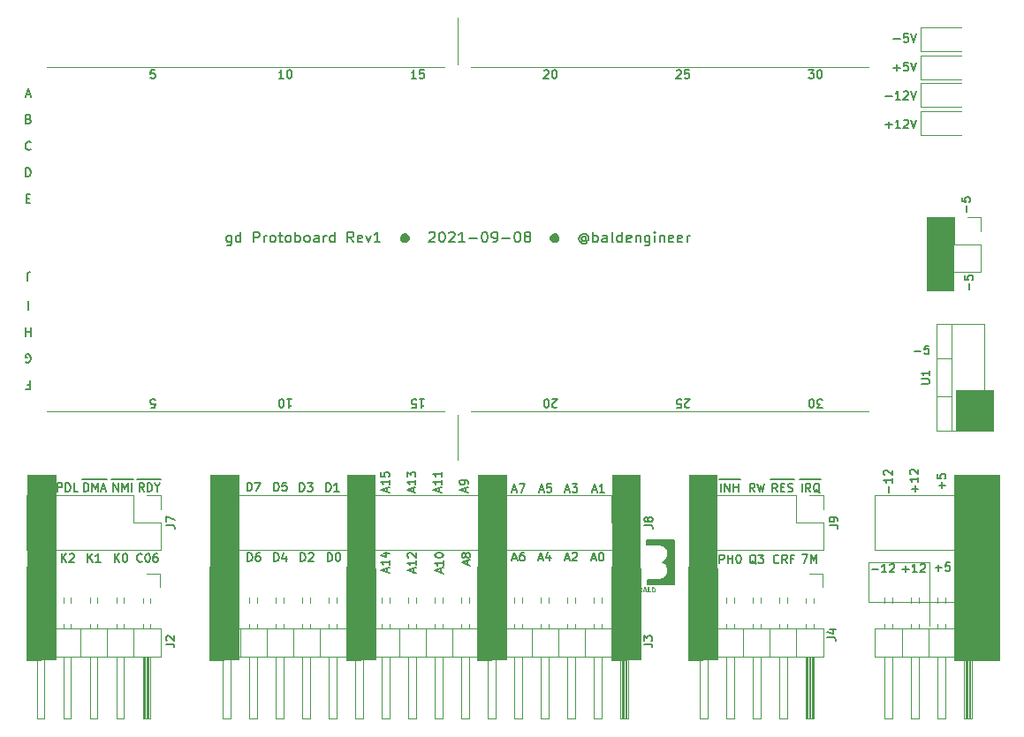
<source format=gbr>
%TF.GenerationSoftware,KiCad,Pcbnew,(5.1.10)-1*%
%TF.CreationDate,2021-09-08T13:29:56-05:00*%
%TF.ProjectId,gd protoboard pcb,67642070-726f-4746-9f62-6f6172642070,rev?*%
%TF.SameCoordinates,Original*%
%TF.FileFunction,Legend,Top*%
%TF.FilePolarity,Positive*%
%FSLAX46Y46*%
G04 Gerber Fmt 4.6, Leading zero omitted, Abs format (unit mm)*
G04 Created by KiCad (PCBNEW (5.1.10)-1) date 2021-09-08 13:29:56*
%MOMM*%
%LPD*%
G01*
G04 APERTURE LIST*
%ADD10C,0.200000*%
%ADD11C,0.100000*%
%ADD12C,0.120000*%
%ADD13C,0.134262*%
G04 APERTURE END LIST*
D10*
X108089714Y-96958095D02*
X108089714Y-96386666D01*
X108127809Y-96272380D01*
X108204000Y-96196190D01*
X108318285Y-96158095D01*
X108394476Y-96158095D01*
X108204000Y-98952095D02*
X108204000Y-99752095D01*
X108432571Y-101492095D02*
X108432571Y-102292095D01*
X108432571Y-101911142D02*
X107975428Y-101911142D01*
X107975428Y-101492095D02*
X107975428Y-102292095D01*
X107994476Y-104794000D02*
X108070666Y-104832095D01*
X108184952Y-104832095D01*
X108299238Y-104794000D01*
X108375428Y-104717809D01*
X108413523Y-104641619D01*
X108451619Y-104489238D01*
X108451619Y-104374952D01*
X108413523Y-104222571D01*
X108375428Y-104146380D01*
X108299238Y-104070190D01*
X108184952Y-104032095D01*
X108108761Y-104032095D01*
X107994476Y-104070190D01*
X107956380Y-104108285D01*
X107956380Y-104374952D01*
X108108761Y-104374952D01*
X108089714Y-106991142D02*
X108356380Y-106991142D01*
X108356380Y-106572095D02*
X108356380Y-107372095D01*
X107975428Y-107372095D01*
X108032571Y-89096857D02*
X108299238Y-89096857D01*
X108413523Y-89515904D02*
X108032571Y-89515904D01*
X108032571Y-88715904D01*
X108413523Y-88715904D01*
X107994476Y-86975904D02*
X107994476Y-86175904D01*
X108184952Y-86175904D01*
X108299238Y-86214000D01*
X108375428Y-86290190D01*
X108413523Y-86366380D01*
X108451619Y-86518761D01*
X108451619Y-86633047D01*
X108413523Y-86785428D01*
X108375428Y-86861619D01*
X108299238Y-86937809D01*
X108184952Y-86975904D01*
X107994476Y-86975904D01*
X108451619Y-84359714D02*
X108413523Y-84397809D01*
X108299238Y-84435904D01*
X108223047Y-84435904D01*
X108108761Y-84397809D01*
X108032571Y-84321619D01*
X107994476Y-84245428D01*
X107956380Y-84093047D01*
X107956380Y-83978761D01*
X107994476Y-83826380D01*
X108032571Y-83750190D01*
X108108761Y-83674000D01*
X108223047Y-83635904D01*
X108299238Y-83635904D01*
X108413523Y-83674000D01*
X108451619Y-83712095D01*
X108261142Y-81476857D02*
X108375428Y-81514952D01*
X108413523Y-81553047D01*
X108451619Y-81629238D01*
X108451619Y-81743523D01*
X108413523Y-81819714D01*
X108375428Y-81857809D01*
X108299238Y-81895904D01*
X107994476Y-81895904D01*
X107994476Y-81095904D01*
X108261142Y-81095904D01*
X108337333Y-81134000D01*
X108375428Y-81172095D01*
X108413523Y-81248285D01*
X108413523Y-81324476D01*
X108375428Y-81400666D01*
X108337333Y-81438761D01*
X108261142Y-81476857D01*
X107994476Y-81476857D01*
X108013523Y-79127333D02*
X108394476Y-79127333D01*
X107937333Y-79355904D02*
X108204000Y-78555904D01*
X108470666Y-79355904D01*
X184289619Y-109150095D02*
X183794380Y-109150095D01*
X184061047Y-108845333D01*
X183946761Y-108845333D01*
X183870571Y-108807238D01*
X183832476Y-108769142D01*
X183794380Y-108692952D01*
X183794380Y-108502476D01*
X183832476Y-108426285D01*
X183870571Y-108388190D01*
X183946761Y-108350095D01*
X184175333Y-108350095D01*
X184251523Y-108388190D01*
X184289619Y-108426285D01*
X183299142Y-109150095D02*
X183222952Y-109150095D01*
X183146761Y-109112000D01*
X183108666Y-109073904D01*
X183070571Y-108997714D01*
X183032476Y-108845333D01*
X183032476Y-108654857D01*
X183070571Y-108502476D01*
X183108666Y-108426285D01*
X183146761Y-108388190D01*
X183222952Y-108350095D01*
X183299142Y-108350095D01*
X183375333Y-108388190D01*
X183413428Y-108426285D01*
X183451523Y-108502476D01*
X183489619Y-108654857D01*
X183489619Y-108845333D01*
X183451523Y-108997714D01*
X183413428Y-109073904D01*
X183375333Y-109112000D01*
X183299142Y-109150095D01*
X145694380Y-108350095D02*
X146151523Y-108350095D01*
X145922952Y-108350095D02*
X145922952Y-109150095D01*
X145999142Y-109035809D01*
X146075333Y-108959619D01*
X146151523Y-108921523D01*
X144970571Y-109150095D02*
X145351523Y-109150095D01*
X145389619Y-108769142D01*
X145351523Y-108807238D01*
X145275333Y-108845333D01*
X145084857Y-108845333D01*
X145008666Y-108807238D01*
X144970571Y-108769142D01*
X144932476Y-108692952D01*
X144932476Y-108502476D01*
X144970571Y-108426285D01*
X145008666Y-108388190D01*
X145084857Y-108350095D01*
X145275333Y-108350095D01*
X145351523Y-108388190D01*
X145389619Y-108426285D01*
X171551523Y-109073904D02*
X171513428Y-109112000D01*
X171437238Y-109150095D01*
X171246761Y-109150095D01*
X171170571Y-109112000D01*
X171132476Y-109073904D01*
X171094380Y-108997714D01*
X171094380Y-108921523D01*
X171132476Y-108807238D01*
X171589619Y-108350095D01*
X171094380Y-108350095D01*
X170370571Y-109150095D02*
X170751523Y-109150095D01*
X170789619Y-108769142D01*
X170751523Y-108807238D01*
X170675333Y-108845333D01*
X170484857Y-108845333D01*
X170408666Y-108807238D01*
X170370571Y-108769142D01*
X170332476Y-108692952D01*
X170332476Y-108502476D01*
X170370571Y-108426285D01*
X170408666Y-108388190D01*
X170484857Y-108350095D01*
X170675333Y-108350095D01*
X170751523Y-108388190D01*
X170789619Y-108426285D01*
X158851523Y-109073904D02*
X158813428Y-109112000D01*
X158737238Y-109150095D01*
X158546761Y-109150095D01*
X158470571Y-109112000D01*
X158432476Y-109073904D01*
X158394380Y-108997714D01*
X158394380Y-108921523D01*
X158432476Y-108807238D01*
X158889619Y-108350095D01*
X158394380Y-108350095D01*
X157899142Y-109150095D02*
X157822952Y-109150095D01*
X157746761Y-109112000D01*
X157708666Y-109073904D01*
X157670571Y-108997714D01*
X157632476Y-108845333D01*
X157632476Y-108654857D01*
X157670571Y-108502476D01*
X157708666Y-108426285D01*
X157746761Y-108388190D01*
X157822952Y-108350095D01*
X157899142Y-108350095D01*
X157975333Y-108388190D01*
X158013428Y-108426285D01*
X158051523Y-108502476D01*
X158089619Y-108654857D01*
X158089619Y-108845333D01*
X158051523Y-108997714D01*
X158013428Y-109073904D01*
X157975333Y-109112000D01*
X157899142Y-109150095D01*
X132994380Y-108350095D02*
X133451523Y-108350095D01*
X133222952Y-108350095D02*
X133222952Y-109150095D01*
X133299142Y-109035809D01*
X133375333Y-108959619D01*
X133451523Y-108921523D01*
X132499142Y-109150095D02*
X132422952Y-109150095D01*
X132346761Y-109112000D01*
X132308666Y-109073904D01*
X132270571Y-108997714D01*
X132232476Y-108845333D01*
X132232476Y-108654857D01*
X132270571Y-108502476D01*
X132308666Y-108426285D01*
X132346761Y-108388190D01*
X132422952Y-108350095D01*
X132499142Y-108350095D01*
X132575333Y-108388190D01*
X132613428Y-108426285D01*
X132651523Y-108502476D01*
X132689619Y-108654857D01*
X132689619Y-108845333D01*
X132651523Y-108997714D01*
X132613428Y-109073904D01*
X132575333Y-109112000D01*
X132499142Y-109150095D01*
X119951523Y-109150095D02*
X120332476Y-109150095D01*
X120370571Y-108769142D01*
X120332476Y-108807238D01*
X120256285Y-108845333D01*
X120065809Y-108845333D01*
X119989619Y-108807238D01*
X119951523Y-108769142D01*
X119913428Y-108692952D01*
X119913428Y-108502476D01*
X119951523Y-108426285D01*
X119989619Y-108388190D01*
X120065809Y-108350095D01*
X120256285Y-108350095D01*
X120332476Y-108388190D01*
X120370571Y-108426285D01*
X182994380Y-76777904D02*
X183489619Y-76777904D01*
X183222952Y-77082666D01*
X183337238Y-77082666D01*
X183413428Y-77120761D01*
X183451523Y-77158857D01*
X183489619Y-77235047D01*
X183489619Y-77425523D01*
X183451523Y-77501714D01*
X183413428Y-77539809D01*
X183337238Y-77577904D01*
X183108666Y-77577904D01*
X183032476Y-77539809D01*
X182994380Y-77501714D01*
X183984857Y-76777904D02*
X184061047Y-76777904D01*
X184137238Y-76816000D01*
X184175333Y-76854095D01*
X184213428Y-76930285D01*
X184251523Y-77082666D01*
X184251523Y-77273142D01*
X184213428Y-77425523D01*
X184175333Y-77501714D01*
X184137238Y-77539809D01*
X184061047Y-77577904D01*
X183984857Y-77577904D01*
X183908666Y-77539809D01*
X183870571Y-77501714D01*
X183832476Y-77425523D01*
X183794380Y-77273142D01*
X183794380Y-77082666D01*
X183832476Y-76930285D01*
X183870571Y-76854095D01*
X183908666Y-76816000D01*
X183984857Y-76777904D01*
X170332476Y-76854095D02*
X170370571Y-76816000D01*
X170446761Y-76777904D01*
X170637238Y-76777904D01*
X170713428Y-76816000D01*
X170751523Y-76854095D01*
X170789619Y-76930285D01*
X170789619Y-77006476D01*
X170751523Y-77120761D01*
X170294380Y-77577904D01*
X170789619Y-77577904D01*
X171513428Y-76777904D02*
X171132476Y-76777904D01*
X171094380Y-77158857D01*
X171132476Y-77120761D01*
X171208666Y-77082666D01*
X171399142Y-77082666D01*
X171475333Y-77120761D01*
X171513428Y-77158857D01*
X171551523Y-77235047D01*
X171551523Y-77425523D01*
X171513428Y-77501714D01*
X171475333Y-77539809D01*
X171399142Y-77577904D01*
X171208666Y-77577904D01*
X171132476Y-77539809D01*
X171094380Y-77501714D01*
X157632476Y-76854095D02*
X157670571Y-76816000D01*
X157746761Y-76777904D01*
X157937238Y-76777904D01*
X158013428Y-76816000D01*
X158051523Y-76854095D01*
X158089619Y-76930285D01*
X158089619Y-77006476D01*
X158051523Y-77120761D01*
X157594380Y-77577904D01*
X158089619Y-77577904D01*
X158584857Y-76777904D02*
X158661047Y-76777904D01*
X158737238Y-76816000D01*
X158775333Y-76854095D01*
X158813428Y-76930285D01*
X158851523Y-77082666D01*
X158851523Y-77273142D01*
X158813428Y-77425523D01*
X158775333Y-77501714D01*
X158737238Y-77539809D01*
X158661047Y-77577904D01*
X158584857Y-77577904D01*
X158508666Y-77539809D01*
X158470571Y-77501714D01*
X158432476Y-77425523D01*
X158394380Y-77273142D01*
X158394380Y-77082666D01*
X158432476Y-76930285D01*
X158470571Y-76854095D01*
X158508666Y-76816000D01*
X158584857Y-76777904D01*
X145389619Y-77577904D02*
X144932476Y-77577904D01*
X145161047Y-77577904D02*
X145161047Y-76777904D01*
X145084857Y-76892190D01*
X145008666Y-76968380D01*
X144932476Y-77006476D01*
X146113428Y-76777904D02*
X145732476Y-76777904D01*
X145694380Y-77158857D01*
X145732476Y-77120761D01*
X145808666Y-77082666D01*
X145999142Y-77082666D01*
X146075333Y-77120761D01*
X146113428Y-77158857D01*
X146151523Y-77235047D01*
X146151523Y-77425523D01*
X146113428Y-77501714D01*
X146075333Y-77539809D01*
X145999142Y-77577904D01*
X145808666Y-77577904D01*
X145732476Y-77539809D01*
X145694380Y-77501714D01*
X132689619Y-77577904D02*
X132232476Y-77577904D01*
X132461047Y-77577904D02*
X132461047Y-76777904D01*
X132384857Y-76892190D01*
X132308666Y-76968380D01*
X132232476Y-77006476D01*
X133184857Y-76777904D02*
X133261047Y-76777904D01*
X133337238Y-76816000D01*
X133375333Y-76854095D01*
X133413428Y-76930285D01*
X133451523Y-77082666D01*
X133451523Y-77273142D01*
X133413428Y-77425523D01*
X133375333Y-77501714D01*
X133337238Y-77539809D01*
X133261047Y-77577904D01*
X133184857Y-77577904D01*
X133108666Y-77539809D01*
X133070571Y-77501714D01*
X133032476Y-77425523D01*
X132994380Y-77273142D01*
X132994380Y-77082666D01*
X133032476Y-76930285D01*
X133070571Y-76854095D01*
X133108666Y-76816000D01*
X133184857Y-76777904D01*
X120332476Y-76777904D02*
X119951523Y-76777904D01*
X119913428Y-77158857D01*
X119951523Y-77120761D01*
X120027714Y-77082666D01*
X120218190Y-77082666D01*
X120294380Y-77120761D01*
X120332476Y-77158857D01*
X120370571Y-77235047D01*
X120370571Y-77425523D01*
X120332476Y-77501714D01*
X120294380Y-77539809D01*
X120218190Y-77577904D01*
X120027714Y-77577904D01*
X119951523Y-77539809D01*
X119913428Y-77501714D01*
X127661522Y-92622714D02*
X127661522Y-93432238D01*
X127613903Y-93527476D01*
X127566284Y-93575095D01*
X127471046Y-93622714D01*
X127328189Y-93622714D01*
X127232951Y-93575095D01*
X127661522Y-93241761D02*
X127566284Y-93289380D01*
X127375808Y-93289380D01*
X127280570Y-93241761D01*
X127232951Y-93194142D01*
X127185332Y-93098904D01*
X127185332Y-92813190D01*
X127232951Y-92717952D01*
X127280570Y-92670333D01*
X127375808Y-92622714D01*
X127566284Y-92622714D01*
X127661522Y-92670333D01*
X128566284Y-93289380D02*
X128566284Y-92289380D01*
X128566284Y-93241761D02*
X128471046Y-93289380D01*
X128280570Y-93289380D01*
X128185332Y-93241761D01*
X128137713Y-93194142D01*
X128090094Y-93098904D01*
X128090094Y-92813190D01*
X128137713Y-92717952D01*
X128185332Y-92670333D01*
X128280570Y-92622714D01*
X128471046Y-92622714D01*
X128566284Y-92670333D01*
X129804379Y-93289380D02*
X129804379Y-92289380D01*
X130185332Y-92289380D01*
X130280570Y-92337000D01*
X130328189Y-92384619D01*
X130375808Y-92479857D01*
X130375808Y-92622714D01*
X130328189Y-92717952D01*
X130280570Y-92765571D01*
X130185332Y-92813190D01*
X129804379Y-92813190D01*
X130804379Y-93289380D02*
X130804379Y-92622714D01*
X130804379Y-92813190D02*
X130851999Y-92717952D01*
X130899618Y-92670333D01*
X130994856Y-92622714D01*
X131090094Y-92622714D01*
X131566284Y-93289380D02*
X131471046Y-93241761D01*
X131423427Y-93194142D01*
X131375808Y-93098904D01*
X131375808Y-92813190D01*
X131423427Y-92717952D01*
X131471046Y-92670333D01*
X131566284Y-92622714D01*
X131709141Y-92622714D01*
X131804379Y-92670333D01*
X131851999Y-92717952D01*
X131899618Y-92813190D01*
X131899618Y-93098904D01*
X131851999Y-93194142D01*
X131804379Y-93241761D01*
X131709141Y-93289380D01*
X131566284Y-93289380D01*
X132185332Y-92622714D02*
X132566284Y-92622714D01*
X132328189Y-92289380D02*
X132328189Y-93146523D01*
X132375808Y-93241761D01*
X132471046Y-93289380D01*
X132566284Y-93289380D01*
X133042475Y-93289380D02*
X132947237Y-93241761D01*
X132899618Y-93194142D01*
X132851999Y-93098904D01*
X132851999Y-92813190D01*
X132899618Y-92717952D01*
X132947237Y-92670333D01*
X133042475Y-92622714D01*
X133185332Y-92622714D01*
X133280570Y-92670333D01*
X133328189Y-92717952D01*
X133375808Y-92813190D01*
X133375808Y-93098904D01*
X133328189Y-93194142D01*
X133280570Y-93241761D01*
X133185332Y-93289380D01*
X133042475Y-93289380D01*
X133804379Y-93289380D02*
X133804379Y-92289380D01*
X133804379Y-92670333D02*
X133899618Y-92622714D01*
X134090094Y-92622714D01*
X134185332Y-92670333D01*
X134232951Y-92717952D01*
X134280570Y-92813190D01*
X134280570Y-93098904D01*
X134232951Y-93194142D01*
X134185332Y-93241761D01*
X134090094Y-93289380D01*
X133899618Y-93289380D01*
X133804379Y-93241761D01*
X134851999Y-93289380D02*
X134756760Y-93241761D01*
X134709141Y-93194142D01*
X134661522Y-93098904D01*
X134661522Y-92813190D01*
X134709141Y-92717952D01*
X134756760Y-92670333D01*
X134851999Y-92622714D01*
X134994856Y-92622714D01*
X135090094Y-92670333D01*
X135137713Y-92717952D01*
X135185332Y-92813190D01*
X135185332Y-93098904D01*
X135137713Y-93194142D01*
X135090094Y-93241761D01*
X134994856Y-93289380D01*
X134851999Y-93289380D01*
X136042475Y-93289380D02*
X136042475Y-92765571D01*
X135994856Y-92670333D01*
X135899618Y-92622714D01*
X135709141Y-92622714D01*
X135613903Y-92670333D01*
X136042475Y-93241761D02*
X135947237Y-93289380D01*
X135709141Y-93289380D01*
X135613903Y-93241761D01*
X135566284Y-93146523D01*
X135566284Y-93051285D01*
X135613903Y-92956047D01*
X135709141Y-92908428D01*
X135947237Y-92908428D01*
X136042475Y-92860809D01*
X136518665Y-93289380D02*
X136518665Y-92622714D01*
X136518665Y-92813190D02*
X136566284Y-92717952D01*
X136613903Y-92670333D01*
X136709141Y-92622714D01*
X136804379Y-92622714D01*
X137566284Y-93289380D02*
X137566284Y-92289380D01*
X137566284Y-93241761D02*
X137471046Y-93289380D01*
X137280570Y-93289380D01*
X137185332Y-93241761D01*
X137137713Y-93194142D01*
X137090094Y-93098904D01*
X137090094Y-92813190D01*
X137137713Y-92717952D01*
X137185332Y-92670333D01*
X137280570Y-92622714D01*
X137471046Y-92622714D01*
X137566284Y-92670333D01*
X139375808Y-93289380D02*
X139042475Y-92813190D01*
X138804379Y-93289380D02*
X138804379Y-92289380D01*
X139185332Y-92289380D01*
X139280570Y-92337000D01*
X139328189Y-92384619D01*
X139375808Y-92479857D01*
X139375808Y-92622714D01*
X139328189Y-92717952D01*
X139280570Y-92765571D01*
X139185332Y-92813190D01*
X138804379Y-92813190D01*
X140185332Y-93241761D02*
X140090094Y-93289380D01*
X139899618Y-93289380D01*
X139804379Y-93241761D01*
X139756760Y-93146523D01*
X139756760Y-92765571D01*
X139804379Y-92670333D01*
X139899618Y-92622714D01*
X140090094Y-92622714D01*
X140185332Y-92670333D01*
X140232951Y-92765571D01*
X140232951Y-92860809D01*
X139756760Y-92956047D01*
X140566284Y-92622714D02*
X140804379Y-93289380D01*
X141042475Y-92622714D01*
X141947237Y-93289380D02*
X141375808Y-93289380D01*
X141661522Y-93289380D02*
X141661522Y-92289380D01*
X141566284Y-92432238D01*
X141471046Y-92527476D01*
X141375808Y-92575095D01*
X143947237Y-92717952D02*
X143947237Y-93098904D01*
X143994856Y-93146523D02*
X144185332Y-93289380D01*
X143994856Y-92670333D02*
X144185332Y-92527476D01*
X143994856Y-92622714D02*
X143994856Y-93194142D01*
X144042475Y-93194142D02*
X144042475Y-92622714D01*
X144090094Y-92575095D02*
X144090094Y-93241761D01*
X144137713Y-93241761D02*
X144137713Y-92575095D01*
X144185332Y-92527476D02*
X144185332Y-93289380D01*
X144232951Y-93289380D02*
X144232951Y-92527476D01*
X144280570Y-92527476D02*
X144280570Y-93289380D01*
X144328189Y-93289380D02*
X144328189Y-92527476D01*
X144375808Y-93289380D02*
X144566284Y-93146523D01*
X144375808Y-92527476D02*
X144375808Y-93289380D01*
X144375808Y-92527476D02*
X144566284Y-92670333D01*
X144423427Y-93241761D02*
X144423427Y-92575095D01*
X144471046Y-92575095D02*
X144471046Y-93241761D01*
X144518665Y-93194142D02*
X144518665Y-92622714D01*
X144566284Y-92622714D02*
X144566284Y-93194142D01*
X144613903Y-93098904D02*
X144613903Y-92717952D01*
X144185332Y-92527476D02*
X144375808Y-92527476D01*
X144566284Y-92622714D01*
X144661522Y-92813190D01*
X144661522Y-93003666D01*
X144566284Y-93194142D01*
X144375808Y-93289380D01*
X144185332Y-93289380D01*
X143994856Y-93194142D01*
X143899618Y-93003666D01*
X143899618Y-92813190D01*
X143994856Y-92622714D01*
X144185332Y-92527476D01*
X146613903Y-92384619D02*
X146661522Y-92337000D01*
X146756760Y-92289380D01*
X146994856Y-92289380D01*
X147090094Y-92337000D01*
X147137713Y-92384619D01*
X147185332Y-92479857D01*
X147185332Y-92575095D01*
X147137713Y-92717952D01*
X146566284Y-93289380D01*
X147185332Y-93289380D01*
X147804379Y-92289380D02*
X147899618Y-92289380D01*
X147994856Y-92337000D01*
X148042475Y-92384619D01*
X148090094Y-92479857D01*
X148137713Y-92670333D01*
X148137713Y-92908428D01*
X148090094Y-93098904D01*
X148042475Y-93194142D01*
X147994856Y-93241761D01*
X147899618Y-93289380D01*
X147804379Y-93289380D01*
X147709141Y-93241761D01*
X147661522Y-93194142D01*
X147613903Y-93098904D01*
X147566284Y-92908428D01*
X147566284Y-92670333D01*
X147613903Y-92479857D01*
X147661522Y-92384619D01*
X147709141Y-92337000D01*
X147804379Y-92289380D01*
X148518665Y-92384619D02*
X148566284Y-92337000D01*
X148661522Y-92289380D01*
X148899618Y-92289380D01*
X148994856Y-92337000D01*
X149042475Y-92384619D01*
X149090094Y-92479857D01*
X149090094Y-92575095D01*
X149042475Y-92717952D01*
X148471046Y-93289380D01*
X149090094Y-93289380D01*
X150042475Y-93289380D02*
X149471046Y-93289380D01*
X149756760Y-93289380D02*
X149756760Y-92289380D01*
X149661522Y-92432238D01*
X149566284Y-92527476D01*
X149471046Y-92575095D01*
X150471046Y-92908428D02*
X151232951Y-92908428D01*
X151899618Y-92289380D02*
X151994856Y-92289380D01*
X152090094Y-92337000D01*
X152137713Y-92384619D01*
X152185332Y-92479857D01*
X152232951Y-92670333D01*
X152232951Y-92908428D01*
X152185332Y-93098904D01*
X152137713Y-93194142D01*
X152090094Y-93241761D01*
X151994856Y-93289380D01*
X151899618Y-93289380D01*
X151804379Y-93241761D01*
X151756760Y-93194142D01*
X151709141Y-93098904D01*
X151661522Y-92908428D01*
X151661522Y-92670333D01*
X151709141Y-92479857D01*
X151756760Y-92384619D01*
X151804379Y-92337000D01*
X151899618Y-92289380D01*
X152709141Y-93289380D02*
X152899618Y-93289380D01*
X152994856Y-93241761D01*
X153042475Y-93194142D01*
X153137713Y-93051285D01*
X153185332Y-92860809D01*
X153185332Y-92479857D01*
X153137713Y-92384619D01*
X153090094Y-92337000D01*
X152994856Y-92289380D01*
X152804379Y-92289380D01*
X152709141Y-92337000D01*
X152661522Y-92384619D01*
X152613903Y-92479857D01*
X152613903Y-92717952D01*
X152661522Y-92813190D01*
X152709141Y-92860809D01*
X152804379Y-92908428D01*
X152994856Y-92908428D01*
X153090094Y-92860809D01*
X153137713Y-92813190D01*
X153185332Y-92717952D01*
X153613903Y-92908428D02*
X154375808Y-92908428D01*
X155042475Y-92289380D02*
X155137713Y-92289380D01*
X155232951Y-92337000D01*
X155280570Y-92384619D01*
X155328189Y-92479857D01*
X155375808Y-92670333D01*
X155375808Y-92908428D01*
X155328189Y-93098904D01*
X155280570Y-93194142D01*
X155232951Y-93241761D01*
X155137713Y-93289380D01*
X155042475Y-93289380D01*
X154947237Y-93241761D01*
X154899618Y-93194142D01*
X154851999Y-93098904D01*
X154804379Y-92908428D01*
X154804379Y-92670333D01*
X154851999Y-92479857D01*
X154899618Y-92384619D01*
X154947237Y-92337000D01*
X155042475Y-92289380D01*
X155947237Y-92717952D02*
X155851999Y-92670333D01*
X155804379Y-92622714D01*
X155756760Y-92527476D01*
X155756760Y-92479857D01*
X155804379Y-92384619D01*
X155851999Y-92337000D01*
X155947237Y-92289380D01*
X156137713Y-92289380D01*
X156232951Y-92337000D01*
X156280570Y-92384619D01*
X156328189Y-92479857D01*
X156328189Y-92527476D01*
X156280570Y-92622714D01*
X156232951Y-92670333D01*
X156137713Y-92717952D01*
X155947237Y-92717952D01*
X155851999Y-92765571D01*
X155804379Y-92813190D01*
X155756760Y-92908428D01*
X155756760Y-93098904D01*
X155804379Y-93194142D01*
X155851999Y-93241761D01*
X155947237Y-93289380D01*
X156137713Y-93289380D01*
X156232951Y-93241761D01*
X156280570Y-93194142D01*
X156328189Y-93098904D01*
X156328189Y-92908428D01*
X156280570Y-92813190D01*
X156232951Y-92765571D01*
X156137713Y-92717952D01*
X158328189Y-92717952D02*
X158328189Y-93098904D01*
X158375808Y-93146523D02*
X158566284Y-93289380D01*
X158375808Y-92670333D02*
X158566284Y-92527476D01*
X158375808Y-92622714D02*
X158375808Y-93194142D01*
X158423427Y-93194142D02*
X158423427Y-92622714D01*
X158471046Y-92575095D02*
X158471046Y-93241761D01*
X158518665Y-93241761D02*
X158518665Y-92575095D01*
X158566284Y-92527476D02*
X158566284Y-93289380D01*
X158613903Y-93289380D02*
X158613903Y-92527476D01*
X158661522Y-92527476D02*
X158661522Y-93289380D01*
X158709141Y-93289380D02*
X158709141Y-92527476D01*
X158756760Y-93289380D02*
X158947237Y-93146523D01*
X158756760Y-92527476D02*
X158756760Y-93289380D01*
X158756760Y-92527476D02*
X158947237Y-92670333D01*
X158804379Y-93241761D02*
X158804379Y-92575095D01*
X158851999Y-92575095D02*
X158851999Y-93241761D01*
X158899618Y-93194142D02*
X158899618Y-92622714D01*
X158947237Y-92622714D02*
X158947237Y-93194142D01*
X158994856Y-93098904D02*
X158994856Y-92717952D01*
X158566284Y-92527476D02*
X158756760Y-92527476D01*
X158947237Y-92622714D01*
X159042475Y-92813190D01*
X159042475Y-93003666D01*
X158947237Y-93194142D01*
X158756760Y-93289380D01*
X158566284Y-93289380D01*
X158375808Y-93194142D01*
X158280570Y-93003666D01*
X158280570Y-92813190D01*
X158375808Y-92622714D01*
X158566284Y-92527476D01*
X161661522Y-92813190D02*
X161613903Y-92765571D01*
X161518665Y-92717952D01*
X161423427Y-92717952D01*
X161328189Y-92765571D01*
X161280570Y-92813190D01*
X161232951Y-92908428D01*
X161232951Y-93003666D01*
X161280570Y-93098904D01*
X161328189Y-93146523D01*
X161423427Y-93194142D01*
X161518665Y-93194142D01*
X161613903Y-93146523D01*
X161661522Y-93098904D01*
X161661522Y-92717952D02*
X161661522Y-93098904D01*
X161709141Y-93146523D01*
X161756760Y-93146523D01*
X161851999Y-93098904D01*
X161899618Y-93003666D01*
X161899618Y-92765571D01*
X161804379Y-92622714D01*
X161661522Y-92527476D01*
X161471046Y-92479857D01*
X161280570Y-92527476D01*
X161137713Y-92622714D01*
X161042475Y-92765571D01*
X160994856Y-92956047D01*
X161042475Y-93146523D01*
X161137713Y-93289380D01*
X161280570Y-93384619D01*
X161471046Y-93432238D01*
X161661522Y-93384619D01*
X161804379Y-93289380D01*
X162328189Y-93289380D02*
X162328189Y-92289380D01*
X162328189Y-92670333D02*
X162423427Y-92622714D01*
X162613903Y-92622714D01*
X162709141Y-92670333D01*
X162756760Y-92717952D01*
X162804379Y-92813190D01*
X162804379Y-93098904D01*
X162756760Y-93194142D01*
X162709141Y-93241761D01*
X162613903Y-93289380D01*
X162423427Y-93289380D01*
X162328189Y-93241761D01*
X163661522Y-93289380D02*
X163661522Y-92765571D01*
X163613903Y-92670333D01*
X163518665Y-92622714D01*
X163328189Y-92622714D01*
X163232951Y-92670333D01*
X163661522Y-93241761D02*
X163566284Y-93289380D01*
X163328189Y-93289380D01*
X163232951Y-93241761D01*
X163185332Y-93146523D01*
X163185332Y-93051285D01*
X163232951Y-92956047D01*
X163328189Y-92908428D01*
X163566284Y-92908428D01*
X163661522Y-92860809D01*
X164280570Y-93289380D02*
X164185332Y-93241761D01*
X164137713Y-93146523D01*
X164137713Y-92289380D01*
X165090094Y-93289380D02*
X165090094Y-92289380D01*
X165090094Y-93241761D02*
X164994856Y-93289380D01*
X164804379Y-93289380D01*
X164709141Y-93241761D01*
X164661522Y-93194142D01*
X164613903Y-93098904D01*
X164613903Y-92813190D01*
X164661522Y-92717952D01*
X164709141Y-92670333D01*
X164804379Y-92622714D01*
X164994856Y-92622714D01*
X165090094Y-92670333D01*
X165947237Y-93241761D02*
X165851999Y-93289380D01*
X165661522Y-93289380D01*
X165566284Y-93241761D01*
X165518665Y-93146523D01*
X165518665Y-92765571D01*
X165566284Y-92670333D01*
X165661522Y-92622714D01*
X165851999Y-92622714D01*
X165947237Y-92670333D01*
X165994856Y-92765571D01*
X165994856Y-92860809D01*
X165518665Y-92956047D01*
X166423427Y-92622714D02*
X166423427Y-93289380D01*
X166423427Y-92717952D02*
X166471046Y-92670333D01*
X166566284Y-92622714D01*
X166709141Y-92622714D01*
X166804379Y-92670333D01*
X166851999Y-92765571D01*
X166851999Y-93289380D01*
X167756760Y-92622714D02*
X167756760Y-93432238D01*
X167709141Y-93527476D01*
X167661522Y-93575095D01*
X167566284Y-93622714D01*
X167423427Y-93622714D01*
X167328189Y-93575095D01*
X167756760Y-93241761D02*
X167661522Y-93289380D01*
X167471046Y-93289380D01*
X167375808Y-93241761D01*
X167328189Y-93194142D01*
X167280570Y-93098904D01*
X167280570Y-92813190D01*
X167328189Y-92717952D01*
X167375808Y-92670333D01*
X167471046Y-92622714D01*
X167661522Y-92622714D01*
X167756760Y-92670333D01*
X168232951Y-93289380D02*
X168232951Y-92622714D01*
X168232951Y-92289380D02*
X168185332Y-92337000D01*
X168232951Y-92384619D01*
X168280570Y-92337000D01*
X168232951Y-92289380D01*
X168232951Y-92384619D01*
X168709141Y-92622714D02*
X168709141Y-93289380D01*
X168709141Y-92717952D02*
X168756760Y-92670333D01*
X168851999Y-92622714D01*
X168994856Y-92622714D01*
X169090094Y-92670333D01*
X169137713Y-92765571D01*
X169137713Y-93289380D01*
X169994856Y-93241761D02*
X169899618Y-93289380D01*
X169709141Y-93289380D01*
X169613903Y-93241761D01*
X169566284Y-93146523D01*
X169566284Y-92765571D01*
X169613903Y-92670333D01*
X169709141Y-92622714D01*
X169899618Y-92622714D01*
X169994856Y-92670333D01*
X170042475Y-92765571D01*
X170042475Y-92860809D01*
X169566284Y-92956047D01*
X170851999Y-93241761D02*
X170756760Y-93289380D01*
X170566284Y-93289380D01*
X170471046Y-93241761D01*
X170423427Y-93146523D01*
X170423427Y-92765571D01*
X170471046Y-92670333D01*
X170566284Y-92622714D01*
X170756760Y-92622714D01*
X170851999Y-92670333D01*
X170899618Y-92765571D01*
X170899618Y-92860809D01*
X170423427Y-92956047D01*
X171328189Y-93289380D02*
X171328189Y-92622714D01*
X171328189Y-92813190D02*
X171375808Y-92717952D01*
X171423427Y-92670333D01*
X171518665Y-92622714D01*
X171613903Y-92622714D01*
X198164442Y-90373114D02*
X198164442Y-89763590D01*
X197669204Y-89001685D02*
X197669204Y-89382638D01*
X198050157Y-89420733D01*
X198012061Y-89382638D01*
X197973966Y-89306447D01*
X197973966Y-89115971D01*
X198012061Y-89039780D01*
X198050157Y-89001685D01*
X198126347Y-88963590D01*
X198316823Y-88963590D01*
X198393014Y-89001685D01*
X198431109Y-89039780D01*
X198469204Y-89115971D01*
X198469204Y-89306447D01*
X198431109Y-89382638D01*
X198393014Y-89420733D01*
D11*
G36*
X196850000Y-97917000D02*
G01*
X194310000Y-97917000D01*
X194310000Y-90932000D01*
X196850000Y-90922800D01*
X196850000Y-97917000D01*
G37*
X196850000Y-97917000D02*
X194310000Y-97917000D01*
X194310000Y-90932000D01*
X196850000Y-90922800D01*
X196850000Y-97917000D01*
G36*
X200660000Y-111379000D02*
G01*
X197104000Y-111379000D01*
X197104000Y-107442000D01*
X200660000Y-107442000D01*
X200660000Y-111379000D01*
G37*
X200660000Y-111379000D02*
X197104000Y-111379000D01*
X197104000Y-107442000D01*
X200660000Y-107442000D01*
X200660000Y-111379000D01*
D10*
X198418442Y-97866114D02*
X198418442Y-97256590D01*
X197923204Y-96494685D02*
X197923204Y-96875638D01*
X198304157Y-96913733D01*
X198266061Y-96875638D01*
X198227966Y-96799447D01*
X198227966Y-96608971D01*
X198266061Y-96532780D01*
X198304157Y-96494685D01*
X198380347Y-96456590D01*
X198570823Y-96456590D01*
X198647014Y-96494685D01*
X198685109Y-96532780D01*
X198723204Y-96608971D01*
X198723204Y-96799447D01*
X198685109Y-96875638D01*
X198647014Y-96913733D01*
X193116285Y-103714542D02*
X193725809Y-103714542D01*
X194487714Y-103219304D02*
X194106761Y-103219304D01*
X194068666Y-103600257D01*
X194106761Y-103562161D01*
X194182952Y-103524066D01*
X194373428Y-103524066D01*
X194449619Y-103562161D01*
X194487714Y-103600257D01*
X194525809Y-103676447D01*
X194525809Y-103866923D01*
X194487714Y-103943114D01*
X194449619Y-103981209D01*
X194373428Y-104019304D01*
X194182952Y-104019304D01*
X194106761Y-103981209D01*
X194068666Y-103943114D01*
X195789542Y-116916114D02*
X195789542Y-116306590D01*
X196094304Y-116611352D02*
X195484780Y-116611352D01*
X195294304Y-115544685D02*
X195294304Y-115925638D01*
X195675257Y-115963733D01*
X195637161Y-115925638D01*
X195599066Y-115849447D01*
X195599066Y-115658971D01*
X195637161Y-115582780D01*
X195675257Y-115544685D01*
X195751447Y-115506590D01*
X195941923Y-115506590D01*
X196018114Y-115544685D01*
X196056209Y-115582780D01*
X196094304Y-115658971D01*
X196094304Y-115849447D01*
X196056209Y-115925638D01*
X196018114Y-115963733D01*
X193173342Y-117233566D02*
X193173342Y-116624042D01*
X193478104Y-116928804D02*
X192868580Y-116928804D01*
X193478104Y-115824042D02*
X193478104Y-116281185D01*
X193478104Y-116052614D02*
X192678104Y-116052614D01*
X192792390Y-116128804D01*
X192868580Y-116204995D01*
X192906676Y-116281185D01*
X192754295Y-115519280D02*
X192716200Y-115481185D01*
X192678104Y-115404995D01*
X192678104Y-115214519D01*
X192716200Y-115138328D01*
X192754295Y-115100233D01*
X192830485Y-115062138D01*
X192906676Y-115062138D01*
X193020961Y-115100233D01*
X193478104Y-115557376D01*
X193478104Y-115062138D01*
X190696842Y-117309766D02*
X190696842Y-116700242D01*
X191001604Y-115900242D02*
X191001604Y-116357385D01*
X191001604Y-116128814D02*
X190201604Y-116128814D01*
X190315890Y-116205004D01*
X190392080Y-116281195D01*
X190430176Y-116357385D01*
X190277795Y-115595480D02*
X190239700Y-115557385D01*
X190201604Y-115481195D01*
X190201604Y-115290719D01*
X190239700Y-115214528D01*
X190277795Y-115176433D01*
X190353985Y-115138338D01*
X190430176Y-115138338D01*
X190544461Y-115176433D01*
X191001604Y-115633576D01*
X191001604Y-115138338D01*
X182384790Y-123259904D02*
X182918123Y-123259904D01*
X182575266Y-124059904D01*
X183222885Y-124059904D02*
X183222885Y-123259904D01*
X183489552Y-123831333D01*
X183756219Y-123259904D01*
X183756219Y-124059904D01*
X180124161Y-123996414D02*
X180086066Y-124034509D01*
X179971780Y-124072604D01*
X179895590Y-124072604D01*
X179781304Y-124034509D01*
X179705114Y-123958319D01*
X179667019Y-123882128D01*
X179628923Y-123729747D01*
X179628923Y-123615461D01*
X179667019Y-123463080D01*
X179705114Y-123386890D01*
X179781304Y-123310700D01*
X179895590Y-123272604D01*
X179971780Y-123272604D01*
X180086066Y-123310700D01*
X180124161Y-123348795D01*
X180924161Y-124072604D02*
X180657495Y-123691652D01*
X180467019Y-124072604D02*
X180467019Y-123272604D01*
X180771780Y-123272604D01*
X180847971Y-123310700D01*
X180886066Y-123348795D01*
X180924161Y-123424985D01*
X180924161Y-123539271D01*
X180886066Y-123615461D01*
X180847971Y-123653557D01*
X180771780Y-123691652D01*
X180467019Y-123691652D01*
X181533685Y-123653557D02*
X181267019Y-123653557D01*
X181267019Y-124072604D02*
X181267019Y-123272604D01*
X181647971Y-123272604D01*
X177939709Y-124148795D02*
X177863519Y-124110700D01*
X177787328Y-124034509D01*
X177673042Y-123920223D01*
X177596852Y-123882128D01*
X177520661Y-123882128D01*
X177558757Y-124072604D02*
X177482566Y-124034509D01*
X177406376Y-123958319D01*
X177368280Y-123805938D01*
X177368280Y-123539271D01*
X177406376Y-123386890D01*
X177482566Y-123310700D01*
X177558757Y-123272604D01*
X177711138Y-123272604D01*
X177787328Y-123310700D01*
X177863519Y-123386890D01*
X177901614Y-123539271D01*
X177901614Y-123805938D01*
X177863519Y-123958319D01*
X177787328Y-124034509D01*
X177711138Y-124072604D01*
X177558757Y-124072604D01*
X178168280Y-123272604D02*
X178663519Y-123272604D01*
X178396852Y-123577366D01*
X178511138Y-123577366D01*
X178587328Y-123615461D01*
X178625423Y-123653557D01*
X178663519Y-123729747D01*
X178663519Y-123920223D01*
X178625423Y-123996414D01*
X178587328Y-124034509D01*
X178511138Y-124072604D01*
X178282566Y-124072604D01*
X178206376Y-124034509D01*
X178168280Y-123996414D01*
X174440976Y-124072604D02*
X174440976Y-123272604D01*
X174745738Y-123272604D01*
X174821928Y-123310700D01*
X174860023Y-123348795D01*
X174898119Y-123424985D01*
X174898119Y-123539271D01*
X174860023Y-123615461D01*
X174821928Y-123653557D01*
X174745738Y-123691652D01*
X174440976Y-123691652D01*
X175240976Y-124072604D02*
X175240976Y-123272604D01*
X175240976Y-123653557D02*
X175698119Y-123653557D01*
X175698119Y-124072604D02*
X175698119Y-123272604D01*
X176231452Y-123272604D02*
X176307642Y-123272604D01*
X176383833Y-123310700D01*
X176421928Y-123348795D01*
X176460023Y-123424985D01*
X176498119Y-123577366D01*
X176498119Y-123767842D01*
X176460023Y-123920223D01*
X176421928Y-123996414D01*
X176383833Y-124034509D01*
X176307642Y-124072604D01*
X176231452Y-124072604D01*
X176155261Y-124034509D01*
X176117166Y-123996414D01*
X176079071Y-123920223D01*
X176040976Y-123767842D01*
X176040976Y-123577366D01*
X176079071Y-123424985D01*
X176117166Y-123348795D01*
X176155261Y-123310700D01*
X176231452Y-123272604D01*
X182149876Y-116029400D02*
X182530828Y-116029400D01*
X182340352Y-117227304D02*
X182340352Y-116427304D01*
X182530828Y-116029400D02*
X183330828Y-116029400D01*
X183178447Y-117227304D02*
X182911780Y-116846352D01*
X182721304Y-117227304D02*
X182721304Y-116427304D01*
X183026066Y-116427304D01*
X183102257Y-116465400D01*
X183140352Y-116503495D01*
X183178447Y-116579685D01*
X183178447Y-116693971D01*
X183140352Y-116770161D01*
X183102257Y-116808257D01*
X183026066Y-116846352D01*
X182721304Y-116846352D01*
X183330828Y-116029400D02*
X184168923Y-116029400D01*
X184054638Y-117303495D02*
X183978447Y-117265400D01*
X183902257Y-117189209D01*
X183787971Y-117074923D01*
X183711780Y-117036828D01*
X183635590Y-117036828D01*
X183673685Y-117227304D02*
X183597495Y-117189209D01*
X183521304Y-117113019D01*
X183483209Y-116960638D01*
X183483209Y-116693971D01*
X183521304Y-116541590D01*
X183597495Y-116465400D01*
X183673685Y-116427304D01*
X183826066Y-116427304D01*
X183902257Y-116465400D01*
X183978447Y-116541590D01*
X184016542Y-116693971D01*
X184016542Y-116960638D01*
X183978447Y-117113019D01*
X183902257Y-117189209D01*
X183826066Y-117227304D01*
X183673685Y-117227304D01*
X179336842Y-116029400D02*
X180136842Y-116029400D01*
X179984461Y-117227304D02*
X179717795Y-116846352D01*
X179527319Y-117227304D02*
X179527319Y-116427304D01*
X179832080Y-116427304D01*
X179908271Y-116465400D01*
X179946366Y-116503495D01*
X179984461Y-116579685D01*
X179984461Y-116693971D01*
X179946366Y-116770161D01*
X179908271Y-116808257D01*
X179832080Y-116846352D01*
X179527319Y-116846352D01*
X180136842Y-116029400D02*
X180860652Y-116029400D01*
X180327319Y-116808257D02*
X180593985Y-116808257D01*
X180708271Y-117227304D02*
X180327319Y-117227304D01*
X180327319Y-116427304D01*
X180708271Y-116427304D01*
X180860652Y-116029400D02*
X181622557Y-116029400D01*
X181013033Y-117189209D02*
X181127319Y-117227304D01*
X181317795Y-117227304D01*
X181393985Y-117189209D01*
X181432080Y-117151114D01*
X181470176Y-117074923D01*
X181470176Y-116998733D01*
X181432080Y-116922542D01*
X181393985Y-116884447D01*
X181317795Y-116846352D01*
X181165414Y-116808257D01*
X181089223Y-116770161D01*
X181051128Y-116732066D01*
X181013033Y-116655876D01*
X181013033Y-116579685D01*
X181051128Y-116503495D01*
X181089223Y-116465400D01*
X181165414Y-116427304D01*
X181355890Y-116427304D01*
X181470176Y-116465400D01*
X177819076Y-117227304D02*
X177552409Y-116846352D01*
X177361933Y-117227304D02*
X177361933Y-116427304D01*
X177666695Y-116427304D01*
X177742885Y-116465400D01*
X177780980Y-116503495D01*
X177819076Y-116579685D01*
X177819076Y-116693971D01*
X177780980Y-116770161D01*
X177742885Y-116808257D01*
X177666695Y-116846352D01*
X177361933Y-116846352D01*
X178085742Y-116427304D02*
X178276219Y-117227304D01*
X178428600Y-116655876D01*
X178580980Y-117227304D01*
X178771457Y-116427304D01*
X174396528Y-116029400D02*
X174777480Y-116029400D01*
X174587004Y-117227304D02*
X174587004Y-116427304D01*
X174777480Y-116029400D02*
X175615576Y-116029400D01*
X174967957Y-117227304D02*
X174967957Y-116427304D01*
X175425100Y-117227304D01*
X175425100Y-116427304D01*
X175615576Y-116029400D02*
X176453671Y-116029400D01*
X175806052Y-117227304D02*
X175806052Y-116427304D01*
X175806052Y-116808257D02*
X176263195Y-116808257D01*
X176263195Y-117227304D02*
X176263195Y-116427304D01*
X162191771Y-123615433D02*
X162572723Y-123615433D01*
X162115580Y-123844004D02*
X162382247Y-123044004D01*
X162648914Y-123844004D01*
X163067961Y-123044004D02*
X163144152Y-123044004D01*
X163220342Y-123082100D01*
X163258438Y-123120195D01*
X163296533Y-123196385D01*
X163334628Y-123348766D01*
X163334628Y-123539242D01*
X163296533Y-123691623D01*
X163258438Y-123767814D01*
X163220342Y-123805909D01*
X163144152Y-123844004D01*
X163067961Y-123844004D01*
X162991771Y-123805909D01*
X162953676Y-123767814D01*
X162915580Y-123691623D01*
X162877485Y-123539242D01*
X162877485Y-123348766D01*
X162915580Y-123196385D01*
X162953676Y-123120195D01*
X162991771Y-123082100D01*
X163067961Y-123044004D01*
X159664471Y-123615433D02*
X160045423Y-123615433D01*
X159588280Y-123844004D02*
X159854947Y-123044004D01*
X160121614Y-123844004D01*
X160350185Y-123120195D02*
X160388280Y-123082100D01*
X160464471Y-123044004D01*
X160654947Y-123044004D01*
X160731138Y-123082100D01*
X160769233Y-123120195D01*
X160807328Y-123196385D01*
X160807328Y-123272576D01*
X160769233Y-123386861D01*
X160312090Y-123844004D01*
X160807328Y-123844004D01*
X157111771Y-123615433D02*
X157492723Y-123615433D01*
X157035580Y-123844004D02*
X157302247Y-123044004D01*
X157568914Y-123844004D01*
X158178438Y-123310671D02*
X158178438Y-123844004D01*
X157987961Y-123005909D02*
X157797485Y-123577338D01*
X158292723Y-123577338D01*
X154622571Y-123615433D02*
X155003523Y-123615433D01*
X154546380Y-123844004D02*
X154813047Y-123044004D01*
X155079714Y-123844004D01*
X155689238Y-123044004D02*
X155536857Y-123044004D01*
X155460666Y-123082100D01*
X155422571Y-123120195D01*
X155346380Y-123234480D01*
X155308285Y-123386861D01*
X155308285Y-123691623D01*
X155346380Y-123767814D01*
X155384476Y-123805909D01*
X155460666Y-123844004D01*
X155613047Y-123844004D01*
X155689238Y-123805909D01*
X155727333Y-123767814D01*
X155765428Y-123691623D01*
X155765428Y-123501147D01*
X155727333Y-123424957D01*
X155689238Y-123386861D01*
X155613047Y-123348766D01*
X155460666Y-123348766D01*
X155384476Y-123386861D01*
X155346380Y-123424957D01*
X155308285Y-123501147D01*
X162267971Y-117036833D02*
X162648923Y-117036833D01*
X162191780Y-117265404D02*
X162458447Y-116465404D01*
X162725114Y-117265404D01*
X163410828Y-117265404D02*
X162953685Y-117265404D01*
X163182257Y-117265404D02*
X163182257Y-116465404D01*
X163106066Y-116579690D01*
X163029876Y-116655880D01*
X162953685Y-116693976D01*
X159677171Y-117036833D02*
X160058123Y-117036833D01*
X159600980Y-117265404D02*
X159867647Y-116465404D01*
X160134314Y-117265404D01*
X160324790Y-116465404D02*
X160820028Y-116465404D01*
X160553361Y-116770166D01*
X160667647Y-116770166D01*
X160743838Y-116808261D01*
X160781933Y-116846357D01*
X160820028Y-116922547D01*
X160820028Y-117113023D01*
X160781933Y-117189214D01*
X160743838Y-117227309D01*
X160667647Y-117265404D01*
X160439076Y-117265404D01*
X160362885Y-117227309D01*
X160324790Y-117189214D01*
X157200671Y-117036833D02*
X157581623Y-117036833D01*
X157124480Y-117265404D02*
X157391147Y-116465404D01*
X157657814Y-117265404D01*
X158305433Y-116465404D02*
X157924480Y-116465404D01*
X157886385Y-116846357D01*
X157924480Y-116808261D01*
X158000671Y-116770166D01*
X158191147Y-116770166D01*
X158267338Y-116808261D01*
X158305433Y-116846357D01*
X158343528Y-116922547D01*
X158343528Y-117113023D01*
X158305433Y-117189214D01*
X158267338Y-117227309D01*
X158191147Y-117265404D01*
X158000671Y-117265404D01*
X157924480Y-117227309D01*
X157886385Y-117189214D01*
X154609871Y-117036833D02*
X154990823Y-117036833D01*
X154533680Y-117265404D02*
X154800347Y-116465404D01*
X155067014Y-117265404D01*
X155257490Y-116465404D02*
X155790823Y-116465404D01*
X155447966Y-117265404D01*
X150323533Y-124218676D02*
X150323533Y-123837724D01*
X150552104Y-124294867D02*
X149752104Y-124028200D01*
X150552104Y-123761533D01*
X150094961Y-123380581D02*
X150056866Y-123456771D01*
X150018771Y-123494867D01*
X149942580Y-123532962D01*
X149904485Y-123532962D01*
X149828295Y-123494867D01*
X149790200Y-123456771D01*
X149752104Y-123380581D01*
X149752104Y-123228200D01*
X149790200Y-123152009D01*
X149828295Y-123113914D01*
X149904485Y-123075819D01*
X149942580Y-123075819D01*
X150018771Y-123113914D01*
X150056866Y-123152009D01*
X150094961Y-123228200D01*
X150094961Y-123380581D01*
X150133057Y-123456771D01*
X150171152Y-123494867D01*
X150247342Y-123532962D01*
X150399723Y-123532962D01*
X150475914Y-123494867D01*
X150514009Y-123456771D01*
X150552104Y-123380581D01*
X150552104Y-123228200D01*
X150514009Y-123152009D01*
X150475914Y-123113914D01*
X150399723Y-123075819D01*
X150247342Y-123075819D01*
X150171152Y-123113914D01*
X150133057Y-123152009D01*
X150094961Y-123228200D01*
X147758133Y-124980580D02*
X147758133Y-124599628D01*
X147986704Y-125056771D02*
X147186704Y-124790104D01*
X147986704Y-124523438D01*
X147986704Y-123837723D02*
X147986704Y-124294866D01*
X147986704Y-124066295D02*
X147186704Y-124066295D01*
X147300990Y-124142485D01*
X147377180Y-124218676D01*
X147415276Y-124294866D01*
X147186704Y-123342485D02*
X147186704Y-123266295D01*
X147224800Y-123190104D01*
X147262895Y-123152009D01*
X147339085Y-123113914D01*
X147491466Y-123075819D01*
X147681942Y-123075819D01*
X147834323Y-123113914D01*
X147910514Y-123152009D01*
X147948609Y-123190104D01*
X147986704Y-123266295D01*
X147986704Y-123342485D01*
X147948609Y-123418676D01*
X147910514Y-123456771D01*
X147834323Y-123494866D01*
X147681942Y-123532961D01*
X147491466Y-123532961D01*
X147339085Y-123494866D01*
X147262895Y-123456771D01*
X147224800Y-123418676D01*
X147186704Y-123342485D01*
X145141933Y-124967880D02*
X145141933Y-124586928D01*
X145370504Y-125044071D02*
X144570504Y-124777404D01*
X145370504Y-124510738D01*
X145370504Y-123825023D02*
X145370504Y-124282166D01*
X145370504Y-124053595D02*
X144570504Y-124053595D01*
X144684790Y-124129785D01*
X144760980Y-124205976D01*
X144799076Y-124282166D01*
X144646695Y-123520261D02*
X144608600Y-123482166D01*
X144570504Y-123405976D01*
X144570504Y-123215500D01*
X144608600Y-123139309D01*
X144646695Y-123101214D01*
X144722885Y-123063119D01*
X144799076Y-123063119D01*
X144913361Y-123101214D01*
X145370504Y-123558357D01*
X145370504Y-123063119D01*
X142576533Y-124942480D02*
X142576533Y-124561528D01*
X142805104Y-125018671D02*
X142005104Y-124752004D01*
X142805104Y-124485338D01*
X142805104Y-123799623D02*
X142805104Y-124256766D01*
X142805104Y-124028195D02*
X142005104Y-124028195D01*
X142119390Y-124104385D01*
X142195580Y-124180576D01*
X142233676Y-124256766D01*
X142271771Y-123113909D02*
X142805104Y-123113909D01*
X141967009Y-123304385D02*
X142538438Y-123494861D01*
X142538438Y-122999623D01*
X150133033Y-117220881D02*
X150133033Y-116839929D01*
X150361604Y-117297072D02*
X149561604Y-117030405D01*
X150361604Y-116763738D01*
X150361604Y-116458976D02*
X150361604Y-116306595D01*
X150323509Y-116230405D01*
X150285414Y-116192310D01*
X150171128Y-116116119D01*
X150018747Y-116078024D01*
X149713985Y-116078024D01*
X149637795Y-116116119D01*
X149599700Y-116154214D01*
X149561604Y-116230405D01*
X149561604Y-116382786D01*
X149599700Y-116458976D01*
X149637795Y-116497072D01*
X149713985Y-116535167D01*
X149904461Y-116535167D01*
X149980652Y-116497072D01*
X150018747Y-116458976D01*
X150056842Y-116382786D01*
X150056842Y-116230405D01*
X150018747Y-116154214D01*
X149980652Y-116116119D01*
X149904461Y-116078024D01*
X147593033Y-117220880D02*
X147593033Y-116839928D01*
X147821604Y-117297071D02*
X147021604Y-117030404D01*
X147821604Y-116763738D01*
X147821604Y-116078023D02*
X147821604Y-116535166D01*
X147821604Y-116306595D02*
X147021604Y-116306595D01*
X147135890Y-116382785D01*
X147212080Y-116458976D01*
X147250176Y-116535166D01*
X147821604Y-115316119D02*
X147821604Y-115773261D01*
X147821604Y-115544690D02*
X147021604Y-115544690D01*
X147135890Y-115620880D01*
X147212080Y-115697071D01*
X147250176Y-115773261D01*
X145103833Y-117220880D02*
X145103833Y-116839928D01*
X145332404Y-117297071D02*
X144532404Y-117030404D01*
X145332404Y-116763738D01*
X145332404Y-116078023D02*
X145332404Y-116535166D01*
X145332404Y-116306595D02*
X144532404Y-116306595D01*
X144646690Y-116382785D01*
X144722880Y-116458976D01*
X144760976Y-116535166D01*
X144532404Y-115811357D02*
X144532404Y-115316119D01*
X144837166Y-115582785D01*
X144837166Y-115468500D01*
X144875261Y-115392309D01*
X144913357Y-115354214D01*
X144989547Y-115316119D01*
X145180023Y-115316119D01*
X145256214Y-115354214D01*
X145294309Y-115392309D01*
X145332404Y-115468500D01*
X145332404Y-115697071D01*
X145294309Y-115773261D01*
X145256214Y-115811357D01*
X142576533Y-117220880D02*
X142576533Y-116839928D01*
X142805104Y-117297071D02*
X142005104Y-117030404D01*
X142805104Y-116763738D01*
X142805104Y-116078023D02*
X142805104Y-116535166D01*
X142805104Y-116306595D02*
X142005104Y-116306595D01*
X142119390Y-116382785D01*
X142195580Y-116458976D01*
X142233676Y-116535166D01*
X142005104Y-115354214D02*
X142005104Y-115735166D01*
X142386057Y-115773261D01*
X142347961Y-115735166D01*
X142309866Y-115658976D01*
X142309866Y-115468500D01*
X142347961Y-115392309D01*
X142386057Y-115354214D01*
X142462247Y-115316119D01*
X142652723Y-115316119D01*
X142728914Y-115354214D01*
X142767009Y-115392309D01*
X142805104Y-115468500D01*
X142805104Y-115658976D01*
X142767009Y-115735166D01*
X142728914Y-115773261D01*
X136772723Y-117176504D02*
X136772723Y-116376504D01*
X136963200Y-116376504D01*
X137077485Y-116414600D01*
X137153676Y-116490790D01*
X137191771Y-116566980D01*
X137229866Y-116719361D01*
X137229866Y-116833647D01*
X137191771Y-116986028D01*
X137153676Y-117062219D01*
X137077485Y-117138409D01*
X136963200Y-117176504D01*
X136772723Y-117176504D01*
X137991771Y-117176504D02*
X137534628Y-117176504D01*
X137763200Y-117176504D02*
X137763200Y-116376504D01*
X137687009Y-116490790D01*
X137610819Y-116566980D01*
X137534628Y-116605076D01*
X136887023Y-123894804D02*
X136887023Y-123094804D01*
X137077500Y-123094804D01*
X137191785Y-123132900D01*
X137267976Y-123209090D01*
X137306071Y-123285280D01*
X137344166Y-123437661D01*
X137344166Y-123551947D01*
X137306071Y-123704328D01*
X137267976Y-123780519D01*
X137191785Y-123856709D01*
X137077500Y-123894804D01*
X136887023Y-123894804D01*
X137839404Y-123094804D02*
X137915595Y-123094804D01*
X137991785Y-123132900D01*
X138029880Y-123170995D01*
X138067976Y-123247185D01*
X138106071Y-123399566D01*
X138106071Y-123590042D01*
X138067976Y-123742423D01*
X138029880Y-123818614D01*
X137991785Y-123856709D01*
X137915595Y-123894804D01*
X137839404Y-123894804D01*
X137763214Y-123856709D01*
X137725119Y-123818614D01*
X137687023Y-123742423D01*
X137648928Y-123590042D01*
X137648928Y-123399566D01*
X137687023Y-123247185D01*
X137725119Y-123170995D01*
X137763214Y-123132900D01*
X137839404Y-123094804D01*
X134296223Y-123894804D02*
X134296223Y-123094804D01*
X134486700Y-123094804D01*
X134600985Y-123132900D01*
X134677176Y-123209090D01*
X134715271Y-123285280D01*
X134753366Y-123437661D01*
X134753366Y-123551947D01*
X134715271Y-123704328D01*
X134677176Y-123780519D01*
X134600985Y-123856709D01*
X134486700Y-123894804D01*
X134296223Y-123894804D01*
X135058128Y-123170995D02*
X135096223Y-123132900D01*
X135172414Y-123094804D01*
X135362890Y-123094804D01*
X135439080Y-123132900D01*
X135477176Y-123170995D01*
X135515271Y-123247185D01*
X135515271Y-123323376D01*
X135477176Y-123437661D01*
X135020033Y-123894804D01*
X135515271Y-123894804D01*
X131756223Y-123894804D02*
X131756223Y-123094804D01*
X131946700Y-123094804D01*
X132060985Y-123132900D01*
X132137176Y-123209090D01*
X132175271Y-123285280D01*
X132213366Y-123437661D01*
X132213366Y-123551947D01*
X132175271Y-123704328D01*
X132137176Y-123780519D01*
X132060985Y-123856709D01*
X131946700Y-123894804D01*
X131756223Y-123894804D01*
X132899080Y-123361471D02*
X132899080Y-123894804D01*
X132708604Y-123056709D02*
X132518128Y-123628138D01*
X133013366Y-123628138D01*
X129216223Y-123894804D02*
X129216223Y-123094804D01*
X129406700Y-123094804D01*
X129520985Y-123132900D01*
X129597176Y-123209090D01*
X129635271Y-123285280D01*
X129673366Y-123437661D01*
X129673366Y-123551947D01*
X129635271Y-123704328D01*
X129597176Y-123780519D01*
X129520985Y-123856709D01*
X129406700Y-123894804D01*
X129216223Y-123894804D01*
X130359080Y-123094804D02*
X130206700Y-123094804D01*
X130130509Y-123132900D01*
X130092414Y-123170995D01*
X130016223Y-123285280D01*
X129978128Y-123437661D01*
X129978128Y-123742423D01*
X130016223Y-123818614D01*
X130054319Y-123856709D01*
X130130509Y-123894804D01*
X130282890Y-123894804D01*
X130359080Y-123856709D01*
X130397176Y-123818614D01*
X130435271Y-123742423D01*
X130435271Y-123551947D01*
X130397176Y-123475757D01*
X130359080Y-123437661D01*
X130282890Y-123399566D01*
X130130509Y-123399566D01*
X130054319Y-123437661D01*
X130016223Y-123475757D01*
X129978128Y-123551947D01*
X134232723Y-117176504D02*
X134232723Y-116376504D01*
X134423200Y-116376504D01*
X134537485Y-116414600D01*
X134613676Y-116490790D01*
X134651771Y-116566980D01*
X134689866Y-116719361D01*
X134689866Y-116833647D01*
X134651771Y-116986028D01*
X134613676Y-117062219D01*
X134537485Y-117138409D01*
X134423200Y-117176504D01*
X134232723Y-117176504D01*
X134956533Y-116376504D02*
X135451771Y-116376504D01*
X135185104Y-116681266D01*
X135299390Y-116681266D01*
X135375580Y-116719361D01*
X135413676Y-116757457D01*
X135451771Y-116833647D01*
X135451771Y-117024123D01*
X135413676Y-117100314D01*
X135375580Y-117138409D01*
X135299390Y-117176504D01*
X135070819Y-117176504D01*
X134994628Y-117138409D01*
X134956533Y-117100314D01*
X131768923Y-117125704D02*
X131768923Y-116325704D01*
X131959400Y-116325704D01*
X132073685Y-116363800D01*
X132149876Y-116439990D01*
X132187971Y-116516180D01*
X132226066Y-116668561D01*
X132226066Y-116782847D01*
X132187971Y-116935228D01*
X132149876Y-117011419D01*
X132073685Y-117087609D01*
X131959400Y-117125704D01*
X131768923Y-117125704D01*
X132949876Y-116325704D02*
X132568923Y-116325704D01*
X132530828Y-116706657D01*
X132568923Y-116668561D01*
X132645114Y-116630466D01*
X132835590Y-116630466D01*
X132911780Y-116668561D01*
X132949876Y-116706657D01*
X132987971Y-116782847D01*
X132987971Y-116973323D01*
X132949876Y-117049514D01*
X132911780Y-117087609D01*
X132835590Y-117125704D01*
X132645114Y-117125704D01*
X132568923Y-117087609D01*
X132530828Y-117049514D01*
X129178123Y-117151104D02*
X129178123Y-116351104D01*
X129368600Y-116351104D01*
X129482885Y-116389200D01*
X129559076Y-116465390D01*
X129597171Y-116541580D01*
X129635266Y-116693961D01*
X129635266Y-116808247D01*
X129597171Y-116960628D01*
X129559076Y-117036819D01*
X129482885Y-117113009D01*
X129368600Y-117151104D01*
X129178123Y-117151104D01*
X129901933Y-116351104D02*
X130435266Y-116351104D01*
X130092409Y-117151104D01*
X119119714Y-123882114D02*
X119081619Y-123920209D01*
X118967333Y-123958304D01*
X118891142Y-123958304D01*
X118776857Y-123920209D01*
X118700666Y-123844019D01*
X118662571Y-123767828D01*
X118624476Y-123615447D01*
X118624476Y-123501161D01*
X118662571Y-123348780D01*
X118700666Y-123272590D01*
X118776857Y-123196400D01*
X118891142Y-123158304D01*
X118967333Y-123158304D01*
X119081619Y-123196400D01*
X119119714Y-123234495D01*
X119614952Y-123158304D02*
X119691142Y-123158304D01*
X119767333Y-123196400D01*
X119805428Y-123234495D01*
X119843523Y-123310685D01*
X119881619Y-123463066D01*
X119881619Y-123653542D01*
X119843523Y-123805923D01*
X119805428Y-123882114D01*
X119767333Y-123920209D01*
X119691142Y-123958304D01*
X119614952Y-123958304D01*
X119538761Y-123920209D01*
X119500666Y-123882114D01*
X119462571Y-123805923D01*
X119424476Y-123653542D01*
X119424476Y-123463066D01*
X119462571Y-123310685D01*
X119500666Y-123234495D01*
X119538761Y-123196400D01*
X119614952Y-123158304D01*
X120567333Y-123158304D02*
X120414952Y-123158304D01*
X120338761Y-123196400D01*
X120300666Y-123234495D01*
X120224476Y-123348780D01*
X120186380Y-123501161D01*
X120186380Y-123805923D01*
X120224476Y-123882114D01*
X120262571Y-123920209D01*
X120338761Y-123958304D01*
X120491142Y-123958304D01*
X120567333Y-123920209D01*
X120605428Y-123882114D01*
X120643523Y-123805923D01*
X120643523Y-123615447D01*
X120605428Y-123539257D01*
X120567333Y-123501161D01*
X120491142Y-123463066D01*
X120338761Y-123463066D01*
X120262571Y-123501161D01*
X120224476Y-123539257D01*
X120186380Y-123615447D01*
X116503523Y-123958304D02*
X116503523Y-123158304D01*
X116960666Y-123958304D02*
X116617809Y-123501161D01*
X116960666Y-123158304D02*
X116503523Y-123615447D01*
X117455904Y-123158304D02*
X117532095Y-123158304D01*
X117608285Y-123196400D01*
X117646380Y-123234495D01*
X117684476Y-123310685D01*
X117722571Y-123463066D01*
X117722571Y-123653542D01*
X117684476Y-123805923D01*
X117646380Y-123882114D01*
X117608285Y-123920209D01*
X117532095Y-123958304D01*
X117455904Y-123958304D01*
X117379714Y-123920209D01*
X117341619Y-123882114D01*
X117303523Y-123805923D01*
X117265428Y-123653542D01*
X117265428Y-123463066D01*
X117303523Y-123310685D01*
X117341619Y-123234495D01*
X117379714Y-123196400D01*
X117455904Y-123158304D01*
X113912723Y-123958304D02*
X113912723Y-123158304D01*
X114369866Y-123958304D02*
X114027009Y-123501161D01*
X114369866Y-123158304D02*
X113912723Y-123615447D01*
X115131771Y-123958304D02*
X114674628Y-123958304D01*
X114903200Y-123958304D02*
X114903200Y-123158304D01*
X114827009Y-123272590D01*
X114750819Y-123348780D01*
X114674628Y-123386876D01*
X111398123Y-123958304D02*
X111398123Y-123158304D01*
X111855266Y-123958304D02*
X111512409Y-123501161D01*
X111855266Y-123158304D02*
X111398123Y-123615447D01*
X112160028Y-123234495D02*
X112198123Y-123196400D01*
X112274314Y-123158304D01*
X112464790Y-123158304D01*
X112540980Y-123196400D01*
X112579076Y-123234495D01*
X112617171Y-123310685D01*
X112617171Y-123386876D01*
X112579076Y-123501161D01*
X112121933Y-123958304D01*
X112617171Y-123958304D01*
X118643542Y-116004000D02*
X119443542Y-116004000D01*
X119291161Y-117201904D02*
X119024495Y-116820952D01*
X118834019Y-117201904D02*
X118834019Y-116401904D01*
X119138780Y-116401904D01*
X119214971Y-116440000D01*
X119253066Y-116478095D01*
X119291161Y-116554285D01*
X119291161Y-116668571D01*
X119253066Y-116744761D01*
X119214971Y-116782857D01*
X119138780Y-116820952D01*
X118834019Y-116820952D01*
X119443542Y-116004000D02*
X120243542Y-116004000D01*
X119634019Y-117201904D02*
X119634019Y-116401904D01*
X119824495Y-116401904D01*
X119938780Y-116440000D01*
X120014971Y-116516190D01*
X120053066Y-116592380D01*
X120091161Y-116744761D01*
X120091161Y-116859047D01*
X120053066Y-117011428D01*
X120014971Y-117087619D01*
X119938780Y-117163809D01*
X119824495Y-117201904D01*
X119634019Y-117201904D01*
X120243542Y-116004000D02*
X120929257Y-116004000D01*
X120586400Y-116820952D02*
X120586400Y-117201904D01*
X120319733Y-116401904D02*
X120586400Y-116820952D01*
X120853066Y-116401904D01*
X116179733Y-116004000D02*
X117017828Y-116004000D01*
X116370209Y-117201904D02*
X116370209Y-116401904D01*
X116827352Y-117201904D01*
X116827352Y-116401904D01*
X117017828Y-116004000D02*
X117932114Y-116004000D01*
X117208304Y-117201904D02*
X117208304Y-116401904D01*
X117474971Y-116973333D01*
X117741638Y-116401904D01*
X117741638Y-117201904D01*
X117932114Y-116004000D02*
X118313066Y-116004000D01*
X118122590Y-117201904D02*
X118122590Y-116401904D01*
X113354000Y-116004000D02*
X114154000Y-116004000D01*
X113544476Y-117201904D02*
X113544476Y-116401904D01*
X113734952Y-116401904D01*
X113849238Y-116440000D01*
X113925428Y-116516190D01*
X113963523Y-116592380D01*
X114001619Y-116744761D01*
X114001619Y-116859047D01*
X113963523Y-117011428D01*
X113925428Y-117087619D01*
X113849238Y-117163809D01*
X113734952Y-117201904D01*
X113544476Y-117201904D01*
X114154000Y-116004000D02*
X115068285Y-116004000D01*
X114344476Y-117201904D02*
X114344476Y-116401904D01*
X114611142Y-116973333D01*
X114877809Y-116401904D01*
X114877809Y-117201904D01*
X115068285Y-116004000D02*
X115754000Y-116004000D01*
X115220666Y-116973333D02*
X115601619Y-116973333D01*
X115144476Y-117201904D02*
X115411142Y-116401904D01*
X115677809Y-117201904D01*
X191135133Y-73793342D02*
X191744657Y-73793342D01*
X192506562Y-73298104D02*
X192125609Y-73298104D01*
X192087514Y-73679057D01*
X192125609Y-73640961D01*
X192201800Y-73602866D01*
X192392276Y-73602866D01*
X192468466Y-73640961D01*
X192506562Y-73679057D01*
X192544657Y-73755247D01*
X192544657Y-73945723D01*
X192506562Y-74021914D01*
X192468466Y-74060009D01*
X192392276Y-74098104D01*
X192201800Y-74098104D01*
X192125609Y-74060009D01*
X192087514Y-74021914D01*
X192773228Y-73298104D02*
X193039895Y-74098104D01*
X193306562Y-73298104D01*
X191135133Y-76536542D02*
X191744657Y-76536542D01*
X191439895Y-76841304D02*
X191439895Y-76231780D01*
X192506562Y-76041304D02*
X192125609Y-76041304D01*
X192087514Y-76422257D01*
X192125609Y-76384161D01*
X192201800Y-76346066D01*
X192392276Y-76346066D01*
X192468466Y-76384161D01*
X192506562Y-76422257D01*
X192544657Y-76498447D01*
X192544657Y-76688923D01*
X192506562Y-76765114D01*
X192468466Y-76803209D01*
X192392276Y-76841304D01*
X192201800Y-76841304D01*
X192125609Y-76803209D01*
X192087514Y-76765114D01*
X192773228Y-76041304D02*
X193039895Y-76841304D01*
X193306562Y-76041304D01*
X190373229Y-79279742D02*
X190982753Y-79279742D01*
X191782753Y-79584504D02*
X191325610Y-79584504D01*
X191554181Y-79584504D02*
X191554181Y-78784504D01*
X191477991Y-78898790D01*
X191401800Y-78974980D01*
X191325610Y-79013076D01*
X192087514Y-78860695D02*
X192125610Y-78822600D01*
X192201800Y-78784504D01*
X192392276Y-78784504D01*
X192468467Y-78822600D01*
X192506562Y-78860695D01*
X192544657Y-78936885D01*
X192544657Y-79013076D01*
X192506562Y-79127361D01*
X192049419Y-79584504D01*
X192544657Y-79584504D01*
X192773229Y-78784504D02*
X193039895Y-79584504D01*
X193306562Y-78784504D01*
D12*
X149352000Y-109855000D02*
X149352000Y-114173000D01*
X149352000Y-71755000D02*
X149352000Y-76200000D01*
X188722000Y-76454000D02*
X150622000Y-76454000D01*
X148082000Y-76454000D02*
X109982000Y-76454000D01*
X188722000Y-109474000D02*
X150622000Y-109474000D01*
X148082000Y-109474000D02*
X109982000Y-109474000D01*
D11*
G36*
X110871000Y-133328500D02*
G01*
X108077000Y-133350000D01*
X108140500Y-115570000D01*
X110807500Y-115570000D01*
X110871000Y-133328500D01*
G37*
X110871000Y-133328500D02*
X108077000Y-133350000D01*
X108140500Y-115570000D01*
X110807500Y-115570000D01*
X110871000Y-133328500D01*
G36*
X128397000Y-133328500D02*
G01*
X125603000Y-133350000D01*
X125666500Y-115570000D01*
X128333500Y-115570000D01*
X128397000Y-133328500D01*
G37*
X128397000Y-133328500D02*
X125603000Y-133350000D01*
X125666500Y-115570000D01*
X128333500Y-115570000D01*
X128397000Y-133328500D01*
G36*
X141478000Y-133328500D02*
G01*
X138684000Y-133350000D01*
X138747500Y-115570000D01*
X141414500Y-115570000D01*
X141478000Y-133328500D01*
G37*
X141478000Y-133328500D02*
X138684000Y-133350000D01*
X138747500Y-115570000D01*
X141414500Y-115570000D01*
X141478000Y-133328500D01*
G36*
X166878000Y-133328500D02*
G01*
X164084000Y-133350000D01*
X164147500Y-115570000D01*
X166814500Y-115570000D01*
X166878000Y-133328500D01*
G37*
X166878000Y-133328500D02*
X164084000Y-133350000D01*
X164147500Y-115570000D01*
X166814500Y-115570000D01*
X166878000Y-133328500D01*
G36*
X154051000Y-133328500D02*
G01*
X151257000Y-133350000D01*
X151320500Y-115570000D01*
X153987500Y-115570000D01*
X154051000Y-133328500D01*
G37*
X154051000Y-133328500D02*
X151257000Y-133350000D01*
X151320500Y-115570000D01*
X153987500Y-115570000D01*
X154051000Y-133328500D01*
G36*
X174244000Y-133328500D02*
G01*
X171450000Y-133350000D01*
X171513500Y-115570000D01*
X174180500Y-115570000D01*
X174244000Y-133328500D01*
G37*
X174244000Y-133328500D02*
X171450000Y-133350000D01*
X171513500Y-115570000D01*
X174180500Y-115570000D01*
X174244000Y-133328500D01*
G36*
X201295000Y-133350000D02*
G01*
X196977000Y-133350000D01*
X196977000Y-115570000D01*
X201295000Y-115570000D01*
X201295000Y-133350000D01*
G37*
X201295000Y-133350000D02*
X196977000Y-133350000D01*
X196977000Y-115570000D01*
X201295000Y-115570000D01*
X201295000Y-133350000D01*
D10*
X111004466Y-117201904D02*
X111004466Y-116401904D01*
X111309228Y-116401904D01*
X111385419Y-116440000D01*
X111423514Y-116478095D01*
X111461609Y-116554285D01*
X111461609Y-116668571D01*
X111423514Y-116744761D01*
X111385419Y-116782857D01*
X111309228Y-116820952D01*
X111004466Y-116820952D01*
X111804466Y-117201904D02*
X111804466Y-116401904D01*
X111994942Y-116401904D01*
X112109228Y-116440000D01*
X112185419Y-116516190D01*
X112223514Y-116592380D01*
X112261609Y-116744761D01*
X112261609Y-116859047D01*
X112223514Y-117011428D01*
X112185419Y-117087619D01*
X112109228Y-117163809D01*
X111994942Y-117201904D01*
X111804466Y-117201904D01*
X112985419Y-117201904D02*
X112604466Y-117201904D01*
X112604466Y-116401904D01*
D12*
X194564000Y-127762000D02*
X194564000Y-130048000D01*
D10*
X195148285Y-124517142D02*
X195757809Y-124517142D01*
X195453047Y-124821904D02*
X195453047Y-124212380D01*
X196519714Y-124021904D02*
X196138761Y-124021904D01*
X196100666Y-124402857D01*
X196138761Y-124364761D01*
X196214952Y-124326666D01*
X196405428Y-124326666D01*
X196481619Y-124364761D01*
X196519714Y-124402857D01*
X196557809Y-124479047D01*
X196557809Y-124669523D01*
X196519714Y-124745714D01*
X196481619Y-124783809D01*
X196405428Y-124821904D01*
X196214952Y-124821904D01*
X196138761Y-124783809D01*
X196100666Y-124745714D01*
D12*
X200152000Y-127762000D02*
X200152000Y-123952000D01*
X194564000Y-127762000D02*
X200152000Y-127762000D01*
D10*
X189052333Y-124644142D02*
X189661857Y-124644142D01*
X190461857Y-124948904D02*
X190004714Y-124948904D01*
X190233285Y-124948904D02*
X190233285Y-124148904D01*
X190157095Y-124263190D01*
X190080904Y-124339380D01*
X190004714Y-124377476D01*
X190766619Y-124225095D02*
X190804714Y-124187000D01*
X190880904Y-124148904D01*
X191071380Y-124148904D01*
X191147571Y-124187000D01*
X191185666Y-124225095D01*
X191223761Y-124301285D01*
X191223761Y-124377476D01*
X191185666Y-124491761D01*
X190728523Y-124948904D01*
X191223761Y-124948904D01*
X191973333Y-124644142D02*
X192582857Y-124644142D01*
X192278095Y-124948904D02*
X192278095Y-124339380D01*
X193382857Y-124948904D02*
X192925714Y-124948904D01*
X193154285Y-124948904D02*
X193154285Y-124148904D01*
X193078095Y-124263190D01*
X193001904Y-124339380D01*
X192925714Y-124377476D01*
X193687619Y-124225095D02*
X193725714Y-124187000D01*
X193801904Y-124148904D01*
X193992380Y-124148904D01*
X194068571Y-124187000D01*
X194106666Y-124225095D01*
X194144761Y-124301285D01*
X194144761Y-124377476D01*
X194106666Y-124491761D01*
X193649523Y-124948904D01*
X194144761Y-124948904D01*
D12*
X188722000Y-123952000D02*
X188722000Y-127762000D01*
X194564000Y-123952000D02*
X188722000Y-123952000D01*
X194564000Y-127762000D02*
X194564000Y-123952000D01*
X188722000Y-127762000D02*
X194564000Y-127762000D01*
D10*
X190373229Y-82022942D02*
X190982753Y-82022942D01*
X190677991Y-82327704D02*
X190677991Y-81718180D01*
X191782753Y-82327704D02*
X191325610Y-82327704D01*
X191554181Y-82327704D02*
X191554181Y-81527704D01*
X191477991Y-81641990D01*
X191401800Y-81718180D01*
X191325610Y-81756276D01*
X192087514Y-81603895D02*
X192125610Y-81565800D01*
X192201800Y-81527704D01*
X192392276Y-81527704D01*
X192468467Y-81565800D01*
X192506562Y-81603895D01*
X192544657Y-81680085D01*
X192544657Y-81756276D01*
X192506562Y-81870561D01*
X192049419Y-82327704D01*
X192544657Y-82327704D01*
X192773229Y-81527704D02*
X193039895Y-82327704D01*
X193306562Y-81527704D01*
D13*
%TO.C,svg2mod*%
G36*
X169253550Y-125456093D02*
G01*
X169155222Y-125525096D01*
X169040263Y-125581473D01*
X168908706Y-125625260D01*
X168760587Y-125656491D01*
X168595940Y-125675204D01*
X168414800Y-125681434D01*
X167542300Y-125681434D01*
X167542300Y-126075459D01*
X170089800Y-126075459D01*
X170089800Y-121882824D01*
X167512300Y-121882824D01*
X167512300Y-122276849D01*
X168293550Y-122276849D01*
X168447085Y-122279244D01*
X168585268Y-122286346D01*
X168708218Y-122298035D01*
X168816050Y-122314192D01*
X168941976Y-122343760D01*
X169050124Y-122383344D01*
X169141050Y-122432657D01*
X169252716Y-122518978D01*
X169345216Y-122621037D01*
X169418550Y-122739121D01*
X169471513Y-122869652D01*
X169503087Y-123011629D01*
X169513550Y-123165338D01*
X169506069Y-123302172D01*
X169483706Y-123428504D01*
X169446577Y-123543971D01*
X169394800Y-123648212D01*
X169327085Y-123743579D01*
X169242143Y-123830738D01*
X169140093Y-123909688D01*
X169021050Y-123980429D01*
X169141050Y-124041070D01*
X169244175Y-124111127D01*
X169330425Y-124190842D01*
X169399800Y-124280455D01*
X169453218Y-124380933D01*
X169491518Y-124493242D01*
X169514585Y-124617622D01*
X169522300Y-124754316D01*
X169515326Y-124905825D01*
X169493179Y-125043563D01*
X169455893Y-125167495D01*
X169403503Y-125277584D01*
X169336044Y-125373795D01*
X169253550Y-125456093D01*
G37*
X169253550Y-125456093D02*
X169155222Y-125525096D01*
X169040263Y-125581473D01*
X168908706Y-125625260D01*
X168760587Y-125656491D01*
X168595940Y-125675204D01*
X168414800Y-125681434D01*
X167542300Y-125681434D01*
X167542300Y-126075459D01*
X170089800Y-126075459D01*
X170089800Y-121882824D01*
X167512300Y-121882824D01*
X167512300Y-122276849D01*
X168293550Y-122276849D01*
X168447085Y-122279244D01*
X168585268Y-122286346D01*
X168708218Y-122298035D01*
X168816050Y-122314192D01*
X168941976Y-122343760D01*
X169050124Y-122383344D01*
X169141050Y-122432657D01*
X169252716Y-122518978D01*
X169345216Y-122621037D01*
X169418550Y-122739121D01*
X169471513Y-122869652D01*
X169503087Y-123011629D01*
X169513550Y-123165338D01*
X169506069Y-123302172D01*
X169483706Y-123428504D01*
X169446577Y-123543971D01*
X169394800Y-123648212D01*
X169327085Y-123743579D01*
X169242143Y-123830738D01*
X169140093Y-123909688D01*
X169021050Y-123980429D01*
X169141050Y-124041070D01*
X169244175Y-124111127D01*
X169330425Y-124190842D01*
X169399800Y-124280455D01*
X169453218Y-124380933D01*
X169491518Y-124493242D01*
X169514585Y-124617622D01*
X169522300Y-124754316D01*
X169515326Y-124905825D01*
X169493179Y-125043563D01*
X169455893Y-125167495D01*
X169403503Y-125277584D01*
X169336044Y-125373795D01*
X169253550Y-125456093D01*
D11*
G36*
X166674800Y-126378060D02*
G01*
X166787300Y-126465621D01*
X166787300Y-126575073D01*
X166873550Y-126575073D01*
X166933550Y-126555758D01*
X166946050Y-126518416D01*
X166936050Y-126486224D01*
X166913550Y-126469484D01*
X166866050Y-126465621D01*
X166787300Y-126465621D01*
X166674800Y-126378060D01*
X166787300Y-126663922D01*
X166787300Y-126783675D01*
X166874800Y-126783675D01*
X166937300Y-126768223D01*
X166956050Y-126723154D01*
X166938550Y-126681949D01*
X166879800Y-126663922D01*
X166787300Y-126663922D01*
X166674800Y-126378060D01*
X166899800Y-126378060D01*
X166991050Y-126393512D01*
X167041050Y-126437293D01*
X167061050Y-126506827D01*
X167039331Y-126575717D01*
X166973550Y-126617566D01*
X167048550Y-126663922D01*
X167073550Y-126739894D01*
X167032300Y-126836469D01*
X166898550Y-126877674D01*
X166674800Y-126877674D01*
X166674800Y-126378060D01*
G37*
G36*
X167384800Y-126378060D02*
G01*
X167358550Y-126681949D01*
X167307300Y-126506827D01*
X167256050Y-126681949D01*
X167358550Y-126681949D01*
X167384800Y-126378060D01*
X167536050Y-126876386D01*
X167414800Y-126876386D01*
X167384800Y-126773373D01*
X167228550Y-126773373D01*
X167198550Y-126876386D01*
X167099800Y-126876386D01*
X167254800Y-126378060D01*
X167384800Y-126378060D01*
G37*
G36*
X167703550Y-126777236D02*
G01*
X167896050Y-126777236D01*
X167896050Y-126876386D01*
X167588550Y-126876386D01*
X167588550Y-126378060D01*
X167703550Y-126378060D01*
X167703550Y-126777236D01*
G37*
G36*
X167953550Y-126378060D02*
G01*
X168064800Y-126469484D01*
X168064800Y-126782387D01*
X168111050Y-126782387D01*
X168203550Y-126734743D01*
X168233550Y-126622717D01*
X168216050Y-126539018D01*
X168173550Y-126484936D01*
X168112300Y-126469484D01*
X168064800Y-126469484D01*
X167953550Y-126378060D01*
X168101050Y-126378060D01*
X168236050Y-126403814D01*
X168314800Y-126484936D01*
X168349800Y-126625292D01*
X168334644Y-126723476D01*
X168288550Y-126804277D01*
X168215425Y-126858198D01*
X168119800Y-126876386D01*
X167953550Y-126876386D01*
X167953550Y-126378060D01*
G37*
D12*
%TO.C,J8*%
X125924000Y-117567400D02*
X125924000Y-122767400D01*
X164084000Y-117567400D02*
X125924000Y-117567400D01*
X166684000Y-122767400D02*
X125924000Y-122767400D01*
X164084000Y-117567400D02*
X164084000Y-120167400D01*
X164084000Y-120167400D02*
X166684000Y-120167400D01*
X166684000Y-120167400D02*
X166684000Y-122767400D01*
X165354000Y-117567400D02*
X166684000Y-117567400D01*
X166684000Y-117567400D02*
X166684000Y-118897400D01*
%TO.C,U1*%
X195205600Y-111368200D02*
X195205600Y-101128200D01*
X199846600Y-111368200D02*
X199846600Y-101128200D01*
X195205600Y-111368200D02*
X199846600Y-111368200D01*
X195205600Y-101128200D02*
X199846600Y-101128200D01*
X196715600Y-111368200D02*
X196715600Y-101128200D01*
X195205600Y-108098200D02*
X196715600Y-108098200D01*
X195205600Y-104397200D02*
X196715600Y-104397200D01*
%TO.C,J9*%
X171583500Y-117567400D02*
X171583500Y-122767400D01*
X181803500Y-117567400D02*
X171583500Y-117567400D01*
X184403500Y-122767400D02*
X171583500Y-122767400D01*
X181803500Y-117567400D02*
X181803500Y-120167400D01*
X181803500Y-120167400D02*
X184403500Y-120167400D01*
X184403500Y-120167400D02*
X184403500Y-122767400D01*
X183073500Y-117567400D02*
X184403500Y-117567400D01*
X184403500Y-117567400D02*
X184403500Y-118897400D01*
%TO.C,J7*%
X108064500Y-117567400D02*
X108064500Y-122767400D01*
X118284500Y-117567400D02*
X108064500Y-117567400D01*
X120884500Y-122767400D02*
X108064500Y-122767400D01*
X118284500Y-117567400D02*
X118284500Y-120167400D01*
X118284500Y-120167400D02*
X120884500Y-120167400D01*
X120884500Y-120167400D02*
X120884500Y-122767400D01*
X119554500Y-117567400D02*
X120884500Y-117567400D01*
X120884500Y-117567400D02*
X120884500Y-118897400D01*
%TO.C,J6*%
X189336500Y-117567400D02*
X189336500Y-122767400D01*
X197016500Y-117567400D02*
X189336500Y-117567400D01*
X199616500Y-122767400D02*
X189336500Y-122767400D01*
X197016500Y-117567400D02*
X197016500Y-120167400D01*
X197016500Y-120167400D02*
X199616500Y-120167400D01*
X199616500Y-120167400D02*
X199616500Y-122767400D01*
X198286500Y-117567400D02*
X199616500Y-117567400D01*
X199616500Y-117567400D02*
X199616500Y-118897400D01*
%TO.C,J5*%
X194315600Y-90922800D02*
X194315600Y-96122800D01*
X196915600Y-90922800D02*
X194315600Y-90922800D01*
X199515600Y-96122800D02*
X194315600Y-96122800D01*
X196915600Y-90922800D02*
X196915600Y-93522800D01*
X196915600Y-93522800D02*
X199515600Y-93522800D01*
X199515600Y-93522800D02*
X199515600Y-96122800D01*
X198185600Y-90922800D02*
X199515600Y-90922800D01*
X199515600Y-90922800D02*
X199515600Y-92252800D01*
%TO.C,D4*%
X197599100Y-72677400D02*
X193714100Y-72677400D01*
X193714100Y-72677400D02*
X193714100Y-74947400D01*
X193714100Y-74947400D02*
X197599100Y-74947400D01*
%TO.C,J1*%
X199616500Y-130345000D02*
X189336500Y-130345000D01*
X189336500Y-130345000D02*
X189336500Y-133005000D01*
X189336500Y-133005000D02*
X199616500Y-133005000D01*
X199616500Y-133005000D02*
X199616500Y-130345000D01*
X198666500Y-133005000D02*
X198666500Y-139005000D01*
X198666500Y-139005000D02*
X197906500Y-139005000D01*
X197906500Y-139005000D02*
X197906500Y-133005000D01*
X198606500Y-133005000D02*
X198606500Y-139005000D01*
X198486500Y-133005000D02*
X198486500Y-139005000D01*
X198366500Y-133005000D02*
X198366500Y-139005000D01*
X198246500Y-133005000D02*
X198246500Y-139005000D01*
X198126500Y-133005000D02*
X198126500Y-139005000D01*
X198006500Y-133005000D02*
X198006500Y-139005000D01*
X198666500Y-129947929D02*
X198666500Y-130345000D01*
X197906500Y-129947929D02*
X197906500Y-130345000D01*
X198666500Y-127475000D02*
X198666500Y-127862071D01*
X197906500Y-127475000D02*
X197906500Y-127862071D01*
X197016500Y-130345000D02*
X197016500Y-133005000D01*
X196126500Y-133005000D02*
X196126500Y-139005000D01*
X196126500Y-139005000D02*
X195366500Y-139005000D01*
X195366500Y-139005000D02*
X195366500Y-133005000D01*
X196126500Y-129947929D02*
X196126500Y-130345000D01*
X195366500Y-129947929D02*
X195366500Y-130345000D01*
X196126500Y-127407929D02*
X196126500Y-127862071D01*
X195366500Y-127407929D02*
X195366500Y-127862071D01*
X194476500Y-130345000D02*
X194476500Y-133005000D01*
X193586500Y-133005000D02*
X193586500Y-139005000D01*
X193586500Y-139005000D02*
X192826500Y-139005000D01*
X192826500Y-139005000D02*
X192826500Y-133005000D01*
X193586500Y-129947929D02*
X193586500Y-130345000D01*
X192826500Y-129947929D02*
X192826500Y-130345000D01*
X193586500Y-127407929D02*
X193586500Y-127862071D01*
X192826500Y-127407929D02*
X192826500Y-127862071D01*
X191936500Y-130345000D02*
X191936500Y-133005000D01*
X191046500Y-133005000D02*
X191046500Y-139005000D01*
X191046500Y-139005000D02*
X190286500Y-139005000D01*
X190286500Y-139005000D02*
X190286500Y-133005000D01*
X191046500Y-129947929D02*
X191046500Y-130345000D01*
X190286500Y-129947929D02*
X190286500Y-130345000D01*
X191046500Y-127407929D02*
X191046500Y-127862071D01*
X190286500Y-127407929D02*
X190286500Y-127862071D01*
X198286500Y-125095000D02*
X199556500Y-125095000D01*
X199556500Y-125095000D02*
X199556500Y-126365000D01*
%TO.C,J4*%
X184403500Y-130345000D02*
X171583500Y-130345000D01*
X171583500Y-130345000D02*
X171583500Y-133005000D01*
X171583500Y-133005000D02*
X184403500Y-133005000D01*
X184403500Y-133005000D02*
X184403500Y-130345000D01*
X183453500Y-133005000D02*
X183453500Y-139005000D01*
X183453500Y-139005000D02*
X182693500Y-139005000D01*
X182693500Y-139005000D02*
X182693500Y-133005000D01*
X183393500Y-133005000D02*
X183393500Y-139005000D01*
X183273500Y-133005000D02*
X183273500Y-139005000D01*
X183153500Y-133005000D02*
X183153500Y-139005000D01*
X183033500Y-133005000D02*
X183033500Y-139005000D01*
X182913500Y-133005000D02*
X182913500Y-139005000D01*
X182793500Y-133005000D02*
X182793500Y-139005000D01*
X183453500Y-129947929D02*
X183453500Y-130345000D01*
X182693500Y-129947929D02*
X182693500Y-130345000D01*
X183453500Y-127475000D02*
X183453500Y-127862071D01*
X182693500Y-127475000D02*
X182693500Y-127862071D01*
X181803500Y-130345000D02*
X181803500Y-133005000D01*
X180913500Y-133005000D02*
X180913500Y-139005000D01*
X180913500Y-139005000D02*
X180153500Y-139005000D01*
X180153500Y-139005000D02*
X180153500Y-133005000D01*
X180913500Y-129947929D02*
X180913500Y-130345000D01*
X180153500Y-129947929D02*
X180153500Y-130345000D01*
X180913500Y-127407929D02*
X180913500Y-127862071D01*
X180153500Y-127407929D02*
X180153500Y-127862071D01*
X179263500Y-130345000D02*
X179263500Y-133005000D01*
X178373500Y-133005000D02*
X178373500Y-139005000D01*
X178373500Y-139005000D02*
X177613500Y-139005000D01*
X177613500Y-139005000D02*
X177613500Y-133005000D01*
X178373500Y-129947929D02*
X178373500Y-130345000D01*
X177613500Y-129947929D02*
X177613500Y-130345000D01*
X178373500Y-127407929D02*
X178373500Y-127862071D01*
X177613500Y-127407929D02*
X177613500Y-127862071D01*
X176723500Y-130345000D02*
X176723500Y-133005000D01*
X175833500Y-133005000D02*
X175833500Y-139005000D01*
X175833500Y-139005000D02*
X175073500Y-139005000D01*
X175073500Y-139005000D02*
X175073500Y-133005000D01*
X175833500Y-129947929D02*
X175833500Y-130345000D01*
X175073500Y-129947929D02*
X175073500Y-130345000D01*
X175833500Y-127407929D02*
X175833500Y-127862071D01*
X175073500Y-127407929D02*
X175073500Y-127862071D01*
X174183500Y-130345000D02*
X174183500Y-133005000D01*
X173293500Y-133005000D02*
X173293500Y-139005000D01*
X173293500Y-139005000D02*
X172533500Y-139005000D01*
X172533500Y-139005000D02*
X172533500Y-133005000D01*
X173293500Y-129947929D02*
X173293500Y-130345000D01*
X172533500Y-129947929D02*
X172533500Y-130345000D01*
X173293500Y-127407929D02*
X173293500Y-127862071D01*
X172533500Y-127407929D02*
X172533500Y-127862071D01*
X183073500Y-125095000D02*
X184343500Y-125095000D01*
X184343500Y-125095000D02*
X184343500Y-126365000D01*
%TO.C,J2*%
X120884500Y-130345000D02*
X108064500Y-130345000D01*
X108064500Y-130345000D02*
X108064500Y-133005000D01*
X108064500Y-133005000D02*
X120884500Y-133005000D01*
X120884500Y-133005000D02*
X120884500Y-130345000D01*
X119934500Y-133005000D02*
X119934500Y-139005000D01*
X119934500Y-139005000D02*
X119174500Y-139005000D01*
X119174500Y-139005000D02*
X119174500Y-133005000D01*
X119874500Y-133005000D02*
X119874500Y-139005000D01*
X119754500Y-133005000D02*
X119754500Y-139005000D01*
X119634500Y-133005000D02*
X119634500Y-139005000D01*
X119514500Y-133005000D02*
X119514500Y-139005000D01*
X119394500Y-133005000D02*
X119394500Y-139005000D01*
X119274500Y-133005000D02*
X119274500Y-139005000D01*
X119934500Y-129947929D02*
X119934500Y-130345000D01*
X119174500Y-129947929D02*
X119174500Y-130345000D01*
X119934500Y-127475000D02*
X119934500Y-127862071D01*
X119174500Y-127475000D02*
X119174500Y-127862071D01*
X118284500Y-130345000D02*
X118284500Y-133005000D01*
X117394500Y-133005000D02*
X117394500Y-139005000D01*
X117394500Y-139005000D02*
X116634500Y-139005000D01*
X116634500Y-139005000D02*
X116634500Y-133005000D01*
X117394500Y-129947929D02*
X117394500Y-130345000D01*
X116634500Y-129947929D02*
X116634500Y-130345000D01*
X117394500Y-127407929D02*
X117394500Y-127862071D01*
X116634500Y-127407929D02*
X116634500Y-127862071D01*
X115744500Y-130345000D02*
X115744500Y-133005000D01*
X114854500Y-133005000D02*
X114854500Y-139005000D01*
X114854500Y-139005000D02*
X114094500Y-139005000D01*
X114094500Y-139005000D02*
X114094500Y-133005000D01*
X114854500Y-129947929D02*
X114854500Y-130345000D01*
X114094500Y-129947929D02*
X114094500Y-130345000D01*
X114854500Y-127407929D02*
X114854500Y-127862071D01*
X114094500Y-127407929D02*
X114094500Y-127862071D01*
X113204500Y-130345000D02*
X113204500Y-133005000D01*
X112314500Y-133005000D02*
X112314500Y-139005000D01*
X112314500Y-139005000D02*
X111554500Y-139005000D01*
X111554500Y-139005000D02*
X111554500Y-133005000D01*
X112314500Y-129947929D02*
X112314500Y-130345000D01*
X111554500Y-129947929D02*
X111554500Y-130345000D01*
X112314500Y-127407929D02*
X112314500Y-127862071D01*
X111554500Y-127407929D02*
X111554500Y-127862071D01*
X110664500Y-130345000D02*
X110664500Y-133005000D01*
X109774500Y-133005000D02*
X109774500Y-139005000D01*
X109774500Y-139005000D02*
X109014500Y-139005000D01*
X109014500Y-139005000D02*
X109014500Y-133005000D01*
X109774500Y-129947929D02*
X109774500Y-130345000D01*
X109014500Y-129947929D02*
X109014500Y-130345000D01*
X109774500Y-127407929D02*
X109774500Y-127862071D01*
X109014500Y-127407929D02*
X109014500Y-127862071D01*
X119554500Y-125095000D02*
X120824500Y-125095000D01*
X120824500Y-125095000D02*
X120824500Y-126365000D01*
%TO.C,J3*%
X166684000Y-130345000D02*
X125924000Y-130345000D01*
X125924000Y-130345000D02*
X125924000Y-133005000D01*
X125924000Y-133005000D02*
X166684000Y-133005000D01*
X166684000Y-133005000D02*
X166684000Y-130345000D01*
X165734000Y-133005000D02*
X165734000Y-139005000D01*
X165734000Y-139005000D02*
X164974000Y-139005000D01*
X164974000Y-139005000D02*
X164974000Y-133005000D01*
X165674000Y-133005000D02*
X165674000Y-139005000D01*
X165554000Y-133005000D02*
X165554000Y-139005000D01*
X165434000Y-133005000D02*
X165434000Y-139005000D01*
X165314000Y-133005000D02*
X165314000Y-139005000D01*
X165194000Y-133005000D02*
X165194000Y-139005000D01*
X165074000Y-133005000D02*
X165074000Y-139005000D01*
X165734000Y-129947929D02*
X165734000Y-130345000D01*
X164974000Y-129947929D02*
X164974000Y-130345000D01*
X165734000Y-127475000D02*
X165734000Y-127862071D01*
X164974000Y-127475000D02*
X164974000Y-127862071D01*
X164084000Y-130345000D02*
X164084000Y-133005000D01*
X163194000Y-133005000D02*
X163194000Y-139005000D01*
X163194000Y-139005000D02*
X162434000Y-139005000D01*
X162434000Y-139005000D02*
X162434000Y-133005000D01*
X163194000Y-129947929D02*
X163194000Y-130345000D01*
X162434000Y-129947929D02*
X162434000Y-130345000D01*
X163194000Y-127407929D02*
X163194000Y-127862071D01*
X162434000Y-127407929D02*
X162434000Y-127862071D01*
X161544000Y-130345000D02*
X161544000Y-133005000D01*
X160654000Y-133005000D02*
X160654000Y-139005000D01*
X160654000Y-139005000D02*
X159894000Y-139005000D01*
X159894000Y-139005000D02*
X159894000Y-133005000D01*
X160654000Y-129947929D02*
X160654000Y-130345000D01*
X159894000Y-129947929D02*
X159894000Y-130345000D01*
X160654000Y-127407929D02*
X160654000Y-127862071D01*
X159894000Y-127407929D02*
X159894000Y-127862071D01*
X159004000Y-130345000D02*
X159004000Y-133005000D01*
X158114000Y-133005000D02*
X158114000Y-139005000D01*
X158114000Y-139005000D02*
X157354000Y-139005000D01*
X157354000Y-139005000D02*
X157354000Y-133005000D01*
X158114000Y-129947929D02*
X158114000Y-130345000D01*
X157354000Y-129947929D02*
X157354000Y-130345000D01*
X158114000Y-127407929D02*
X158114000Y-127862071D01*
X157354000Y-127407929D02*
X157354000Y-127862071D01*
X156464000Y-130345000D02*
X156464000Y-133005000D01*
X155574000Y-133005000D02*
X155574000Y-139005000D01*
X155574000Y-139005000D02*
X154814000Y-139005000D01*
X154814000Y-139005000D02*
X154814000Y-133005000D01*
X155574000Y-129947929D02*
X155574000Y-130345000D01*
X154814000Y-129947929D02*
X154814000Y-130345000D01*
X155574000Y-127407929D02*
X155574000Y-127862071D01*
X154814000Y-127407929D02*
X154814000Y-127862071D01*
X153924000Y-130345000D02*
X153924000Y-133005000D01*
X153034000Y-133005000D02*
X153034000Y-139005000D01*
X153034000Y-139005000D02*
X152274000Y-139005000D01*
X152274000Y-139005000D02*
X152274000Y-133005000D01*
X153034000Y-129947929D02*
X153034000Y-130345000D01*
X152274000Y-129947929D02*
X152274000Y-130345000D01*
X153034000Y-127407929D02*
X153034000Y-127862071D01*
X152274000Y-127407929D02*
X152274000Y-127862071D01*
X151384000Y-130345000D02*
X151384000Y-133005000D01*
X150494000Y-133005000D02*
X150494000Y-139005000D01*
X150494000Y-139005000D02*
X149734000Y-139005000D01*
X149734000Y-139005000D02*
X149734000Y-133005000D01*
X150494000Y-129947929D02*
X150494000Y-130345000D01*
X149734000Y-129947929D02*
X149734000Y-130345000D01*
X150494000Y-127407929D02*
X150494000Y-127862071D01*
X149734000Y-127407929D02*
X149734000Y-127862071D01*
X148844000Y-130345000D02*
X148844000Y-133005000D01*
X147954000Y-133005000D02*
X147954000Y-139005000D01*
X147954000Y-139005000D02*
X147194000Y-139005000D01*
X147194000Y-139005000D02*
X147194000Y-133005000D01*
X147954000Y-129947929D02*
X147954000Y-130345000D01*
X147194000Y-129947929D02*
X147194000Y-130345000D01*
X147954000Y-127407929D02*
X147954000Y-127862071D01*
X147194000Y-127407929D02*
X147194000Y-127862071D01*
X146304000Y-130345000D02*
X146304000Y-133005000D01*
X145414000Y-133005000D02*
X145414000Y-139005000D01*
X145414000Y-139005000D02*
X144654000Y-139005000D01*
X144654000Y-139005000D02*
X144654000Y-133005000D01*
X145414000Y-129947929D02*
X145414000Y-130345000D01*
X144654000Y-129947929D02*
X144654000Y-130345000D01*
X145414000Y-127407929D02*
X145414000Y-127862071D01*
X144654000Y-127407929D02*
X144654000Y-127862071D01*
X143764000Y-130345000D02*
X143764000Y-133005000D01*
X142874000Y-133005000D02*
X142874000Y-139005000D01*
X142874000Y-139005000D02*
X142114000Y-139005000D01*
X142114000Y-139005000D02*
X142114000Y-133005000D01*
X142874000Y-129947929D02*
X142874000Y-130345000D01*
X142114000Y-129947929D02*
X142114000Y-130345000D01*
X142874000Y-127407929D02*
X142874000Y-127862071D01*
X142114000Y-127407929D02*
X142114000Y-127862071D01*
X141224000Y-130345000D02*
X141224000Y-133005000D01*
X140334000Y-133005000D02*
X140334000Y-139005000D01*
X140334000Y-139005000D02*
X139574000Y-139005000D01*
X139574000Y-139005000D02*
X139574000Y-133005000D01*
X140334000Y-129947929D02*
X140334000Y-130345000D01*
X139574000Y-129947929D02*
X139574000Y-130345000D01*
X140334000Y-127407929D02*
X140334000Y-127862071D01*
X139574000Y-127407929D02*
X139574000Y-127862071D01*
X138684000Y-130345000D02*
X138684000Y-133005000D01*
X137794000Y-133005000D02*
X137794000Y-139005000D01*
X137794000Y-139005000D02*
X137034000Y-139005000D01*
X137034000Y-139005000D02*
X137034000Y-133005000D01*
X137794000Y-129947929D02*
X137794000Y-130345000D01*
X137034000Y-129947929D02*
X137034000Y-130345000D01*
X137794000Y-127407929D02*
X137794000Y-127862071D01*
X137034000Y-127407929D02*
X137034000Y-127862071D01*
X136144000Y-130345000D02*
X136144000Y-133005000D01*
X135254000Y-133005000D02*
X135254000Y-139005000D01*
X135254000Y-139005000D02*
X134494000Y-139005000D01*
X134494000Y-139005000D02*
X134494000Y-133005000D01*
X135254000Y-129947929D02*
X135254000Y-130345000D01*
X134494000Y-129947929D02*
X134494000Y-130345000D01*
X135254000Y-127407929D02*
X135254000Y-127862071D01*
X134494000Y-127407929D02*
X134494000Y-127862071D01*
X133604000Y-130345000D02*
X133604000Y-133005000D01*
X132714000Y-133005000D02*
X132714000Y-139005000D01*
X132714000Y-139005000D02*
X131954000Y-139005000D01*
X131954000Y-139005000D02*
X131954000Y-133005000D01*
X132714000Y-129947929D02*
X132714000Y-130345000D01*
X131954000Y-129947929D02*
X131954000Y-130345000D01*
X132714000Y-127407929D02*
X132714000Y-127862071D01*
X131954000Y-127407929D02*
X131954000Y-127862071D01*
X131064000Y-130345000D02*
X131064000Y-133005000D01*
X130174000Y-133005000D02*
X130174000Y-139005000D01*
X130174000Y-139005000D02*
X129414000Y-139005000D01*
X129414000Y-139005000D02*
X129414000Y-133005000D01*
X130174000Y-129947929D02*
X130174000Y-130345000D01*
X129414000Y-129947929D02*
X129414000Y-130345000D01*
X130174000Y-127407929D02*
X130174000Y-127862071D01*
X129414000Y-127407929D02*
X129414000Y-127862071D01*
X128524000Y-130345000D02*
X128524000Y-133005000D01*
X127634000Y-133005000D02*
X127634000Y-139005000D01*
X127634000Y-139005000D02*
X126874000Y-139005000D01*
X126874000Y-139005000D02*
X126874000Y-133005000D01*
X127634000Y-129947929D02*
X127634000Y-130345000D01*
X126874000Y-129947929D02*
X126874000Y-130345000D01*
X127634000Y-127407929D02*
X127634000Y-127862071D01*
X126874000Y-127407929D02*
X126874000Y-127862071D01*
X165354000Y-125095000D02*
X166624000Y-125095000D01*
X166624000Y-125095000D02*
X166624000Y-126365000D01*
%TO.C,D3*%
X193714100Y-82999200D02*
X197599100Y-82999200D01*
X193714100Y-80729200D02*
X193714100Y-82999200D01*
X197599100Y-80729200D02*
X193714100Y-80729200D01*
%TO.C,D2*%
X193714100Y-77631334D02*
X197599100Y-77631334D01*
X193714100Y-75361334D02*
X193714100Y-77631334D01*
X197599100Y-75361334D02*
X193714100Y-75361334D01*
%TO.C,D1*%
X193714100Y-80315267D02*
X197599100Y-80315267D01*
X193714100Y-78045267D02*
X193714100Y-80315267D01*
X197599100Y-78045267D02*
X193714100Y-78045267D01*
%TO.C,J8*%
D10*
X167245904Y-120434066D02*
X167817333Y-120434066D01*
X167931619Y-120472161D01*
X168007809Y-120548352D01*
X168045904Y-120662638D01*
X168045904Y-120738828D01*
X167588761Y-119938828D02*
X167550666Y-120015019D01*
X167512571Y-120053114D01*
X167436380Y-120091209D01*
X167398285Y-120091209D01*
X167322095Y-120053114D01*
X167284000Y-120015019D01*
X167245904Y-119938828D01*
X167245904Y-119786447D01*
X167284000Y-119710257D01*
X167322095Y-119672161D01*
X167398285Y-119634066D01*
X167436380Y-119634066D01*
X167512571Y-119672161D01*
X167550666Y-119710257D01*
X167588761Y-119786447D01*
X167588761Y-119938828D01*
X167626857Y-120015019D01*
X167664952Y-120053114D01*
X167741142Y-120091209D01*
X167893523Y-120091209D01*
X167969714Y-120053114D01*
X168007809Y-120015019D01*
X168045904Y-119938828D01*
X168045904Y-119786447D01*
X168007809Y-119710257D01*
X167969714Y-119672161D01*
X167893523Y-119634066D01*
X167741142Y-119634066D01*
X167664952Y-119672161D01*
X167626857Y-119710257D01*
X167588761Y-119786447D01*
%TO.C,U1*%
X193767504Y-106857723D02*
X194415123Y-106857723D01*
X194491314Y-106819628D01*
X194529409Y-106781533D01*
X194567504Y-106705342D01*
X194567504Y-106552961D01*
X194529409Y-106476771D01*
X194491314Y-106438676D01*
X194415123Y-106400580D01*
X193767504Y-106400580D01*
X194567504Y-105600580D02*
X194567504Y-106057723D01*
X194567504Y-105829152D02*
X193767504Y-105829152D01*
X193881790Y-105905342D01*
X193957980Y-105981533D01*
X193996076Y-106057723D01*
%TO.C,J9*%
X184965404Y-120434066D02*
X185536833Y-120434066D01*
X185651119Y-120472161D01*
X185727309Y-120548352D01*
X185765404Y-120662638D01*
X185765404Y-120738828D01*
X185765404Y-120015019D02*
X185765404Y-119862638D01*
X185727309Y-119786447D01*
X185689214Y-119748352D01*
X185574928Y-119672161D01*
X185422547Y-119634066D01*
X185117785Y-119634066D01*
X185041595Y-119672161D01*
X185003500Y-119710257D01*
X184965404Y-119786447D01*
X184965404Y-119938828D01*
X185003500Y-120015019D01*
X185041595Y-120053114D01*
X185117785Y-120091209D01*
X185308261Y-120091209D01*
X185384452Y-120053114D01*
X185422547Y-120015019D01*
X185460642Y-119938828D01*
X185460642Y-119786447D01*
X185422547Y-119710257D01*
X185384452Y-119672161D01*
X185308261Y-119634066D01*
%TO.C,J7*%
X121446404Y-120434066D02*
X122017833Y-120434066D01*
X122132119Y-120472161D01*
X122208309Y-120548352D01*
X122246404Y-120662638D01*
X122246404Y-120738828D01*
X121446404Y-120129304D02*
X121446404Y-119595971D01*
X122246404Y-119938828D01*
%TO.C,J6*%
X200178404Y-120434066D02*
X200749833Y-120434066D01*
X200864119Y-120472161D01*
X200940309Y-120548352D01*
X200978404Y-120662638D01*
X200978404Y-120738828D01*
X200178404Y-119710257D02*
X200178404Y-119862638D01*
X200216500Y-119938828D01*
X200254595Y-119976923D01*
X200368880Y-120053114D01*
X200521261Y-120091209D01*
X200826023Y-120091209D01*
X200902214Y-120053114D01*
X200940309Y-120015019D01*
X200978404Y-119938828D01*
X200978404Y-119786447D01*
X200940309Y-119710257D01*
X200902214Y-119672161D01*
X200826023Y-119634066D01*
X200635547Y-119634066D01*
X200559357Y-119672161D01*
X200521261Y-119710257D01*
X200483166Y-119786447D01*
X200483166Y-119938828D01*
X200521261Y-120015019D01*
X200559357Y-120053114D01*
X200635547Y-120091209D01*
%TO.C,J1*%
X200118404Y-132286666D02*
X200689833Y-132286666D01*
X200804119Y-132324761D01*
X200880309Y-132400952D01*
X200918404Y-132515238D01*
X200918404Y-132591428D01*
X200918404Y-131486666D02*
X200918404Y-131943809D01*
X200918404Y-131715238D02*
X200118404Y-131715238D01*
X200232690Y-131791428D01*
X200308880Y-131867619D01*
X200346976Y-131943809D01*
%TO.C,J4*%
X184766004Y-131178266D02*
X185337433Y-131178266D01*
X185451719Y-131216361D01*
X185527909Y-131292552D01*
X185566004Y-131406838D01*
X185566004Y-131483028D01*
X185032671Y-130454457D02*
X185566004Y-130454457D01*
X184727909Y-130644933D02*
X185299338Y-130835409D01*
X185299338Y-130340171D01*
%TO.C,J2*%
X121386404Y-131838666D02*
X121957833Y-131838666D01*
X122072119Y-131876761D01*
X122148309Y-131952952D01*
X122186404Y-132067238D01*
X122186404Y-132143428D01*
X121462595Y-131495809D02*
X121424500Y-131457714D01*
X121386404Y-131381523D01*
X121386404Y-131191047D01*
X121424500Y-131114857D01*
X121462595Y-131076761D01*
X121538785Y-131038666D01*
X121614976Y-131038666D01*
X121729261Y-131076761D01*
X122186404Y-131533904D01*
X122186404Y-131038666D01*
%TO.C,J3*%
X167201904Y-131838666D02*
X167773333Y-131838666D01*
X167887619Y-131876761D01*
X167963809Y-131952952D01*
X168001904Y-132067238D01*
X168001904Y-132143428D01*
X167201904Y-131533904D02*
X167201904Y-131038666D01*
X167506666Y-131305333D01*
X167506666Y-131191047D01*
X167544761Y-131114857D01*
X167582857Y-131076761D01*
X167659047Y-131038666D01*
X167849523Y-131038666D01*
X167925714Y-131076761D01*
X167963809Y-131114857D01*
X168001904Y-131191047D01*
X168001904Y-131419619D01*
X167963809Y-131495809D01*
X167925714Y-131533904D01*
%TD*%
M02*

</source>
